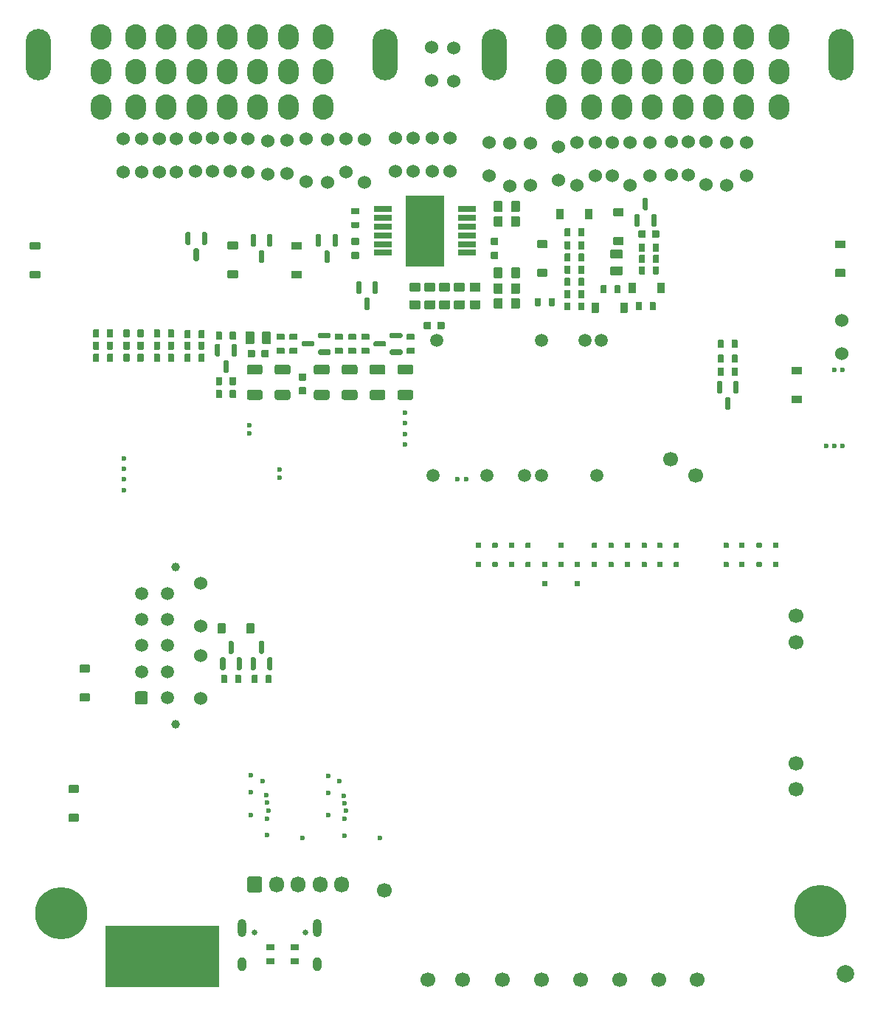
<source format=gbs>
G04 #@! TF.GenerationSoftware,KiCad,Pcbnew,7.0.1-115-g2ece2719d0*
G04 #@! TF.CreationDate,2023-05-12T01:35:33+03:00*
G04 #@! TF.ProjectId,alphax_4ch,616c7068-6178-45f3-9463-682e6b696361,G*
G04 #@! TF.SameCoordinates,PX141f5e0PYa2cace0*
G04 #@! TF.FileFunction,Soldermask,Bot*
G04 #@! TF.FilePolarity,Negative*
%FSLAX46Y46*%
G04 Gerber Fmt 4.6, Leading zero omitted, Abs format (unit mm)*
G04 Created by KiCad (PCBNEW 7.0.1-115-g2ece2719d0) date 2023-05-12 01:35:33*
%MOMM*%
%LPD*%
G01*
G04 APERTURE LIST*
%ADD10C,0.120000*%
%ADD11C,1.524000*%
%ADD12C,1.700000*%
%ADD13C,6.000000*%
%ADD14O,1.700000X1.850000*%
%ADD15O,2.900000X5.900000*%
%ADD16O,2.400000X2.900000*%
%ADD17C,0.650000*%
%ADD18O,1.000000X2.100000*%
%ADD19O,1.000000X1.600000*%
%ADD20C,1.000000*%
%ADD21C,1.500000*%
%ADD22C,0.600000*%
%ADD23C,0.599999*%
%ADD24R,2.000000X0.650000*%
%ADD25R,4.500000X8.100000*%
%ADD26C,2.000000*%
G04 APERTURE END LIST*
G04 #@! TO.C,U4*
D10*
X22850000Y200000D02*
X9850000Y200000D01*
X9850000Y7200000D01*
X22850000Y7200000D01*
X22850000Y200000D01*
G36*
X22850000Y200000D02*
G01*
X9850000Y200000D01*
X9850000Y7200000D01*
X22850000Y7200000D01*
X22850000Y200000D01*
G37*
G04 #@! TD*
D11*
G04 #@! TO.C,R8*
X76750000Y93245000D03*
X76750000Y97055000D03*
G04 #@! TD*
D12*
G04 #@! TO.C,P18*
X89100000Y39700000D03*
G04 #@! TD*
D11*
G04 #@! TO.C,F10*
X20840000Y33250000D03*
X20840000Y38150000D03*
G04 #@! TD*
D12*
G04 #@! TO.C,P23*
X59900000Y1000000D03*
G04 #@! TD*
D13*
G04 #@! TO.C,J8*
X4803000Y8619000D03*
G04 #@! TD*
D11*
G04 #@! TO.C,R59*
X45200000Y97505000D03*
X45200000Y93695000D03*
G04 #@! TD*
G04 #@! TO.C,R9*
X74800000Y93245000D03*
X74800000Y97055000D03*
G04 #@! TD*
G04 #@! TO.C,R68*
X24200000Y93695000D03*
X24200000Y97505000D03*
G04 #@! TD*
G04 #@! TO.C,J5*
G36*
G01*
X26150000Y11225000D02*
X26150000Y12575000D01*
G75*
G02*
X26400000Y12825000I250000J0D01*
G01*
X27600000Y12825000D01*
G75*
G02*
X27850000Y12575000I0J-250000D01*
G01*
X27850000Y11225000D01*
G75*
G02*
X27600000Y10975000I-250000J0D01*
G01*
X26400000Y10975000D01*
G75*
G02*
X26150000Y11225000I0J250000D01*
G01*
G37*
D14*
X29500000Y11900000D03*
X32000000Y11900000D03*
X34500000Y11900000D03*
X37000000Y11900000D03*
G04 #@! TD*
D11*
G04 #@! TO.C,F4*
X63950000Y97000000D03*
X63950000Y92100000D03*
G04 #@! TD*
G04 #@! TO.C,R91*
X94400000Y72795000D03*
X94400000Y76605000D03*
G04 #@! TD*
D15*
G04 #@! TO.C,P2*
X2200000Y107100000D03*
X42000000Y107100000D03*
D16*
X9350000Y101100000D03*
X13350000Y101100000D03*
X16850000Y101100000D03*
X20350000Y101100000D03*
X23850000Y101100000D03*
X27350000Y101100000D03*
X30850000Y101100000D03*
X34850000Y101100000D03*
X9350000Y105100000D03*
X13350000Y105100000D03*
X16850000Y105100000D03*
X20350000Y105100000D03*
X23850000Y105100000D03*
X27350000Y105100000D03*
X30850000Y105100000D03*
X34850000Y105100000D03*
X9350000Y109100000D03*
X13350000Y109100000D03*
X16850000Y109100000D03*
X20350000Y109100000D03*
X23850000Y109100000D03*
X27350000Y109100000D03*
X30850000Y109100000D03*
X34850000Y109100000D03*
G04 #@! TD*
D12*
G04 #@! TO.C,P19*
X41900000Y11200000D03*
G04 #@! TD*
D11*
G04 #@! TO.C,R11*
X47350000Y104095000D03*
X47350000Y107905000D03*
G04 #@! TD*
D12*
G04 #@! TO.C,P26*
X64400000Y1000000D03*
G04 #@! TD*
D11*
G04 #@! TO.C,R60*
X43200000Y93695000D03*
X43200000Y97505000D03*
G04 #@! TD*
D17*
G04 #@! TO.C,J1*
X27010000Y6420000D03*
X32790000Y6420000D03*
D18*
X25580000Y6920000D03*
D19*
X25580000Y2740000D03*
D18*
X34220000Y6920000D03*
D19*
X34220000Y2740000D03*
G04 #@! TD*
D12*
G04 #@! TO.C,P16*
X89100000Y22800000D03*
G04 #@! TD*
G04 #@! TO.C,P21*
X50900000Y1000000D03*
G04 #@! TD*
D11*
G04 #@! TO.C,R17*
X68050000Y93145000D03*
X68050000Y96955000D03*
G04 #@! TD*
G04 #@! TO.C,R63*
X22200000Y93695000D03*
X22200000Y97505000D03*
G04 #@! TD*
D12*
G04 #@! TO.C,P24*
X46900000Y1000000D03*
G04 #@! TD*
G04 #@! TO.C,P28*
X77800000Y1000000D03*
G04 #@! TD*
D11*
G04 #@! TO.C,R16*
X72350000Y93195000D03*
X72350000Y97005000D03*
G04 #@! TD*
G04 #@! TO.C,R70*
X11950000Y93595000D03*
X11950000Y97405000D03*
G04 #@! TD*
D12*
G04 #@! TO.C,P3*
X74700000Y60700000D03*
G04 #@! TD*
D20*
G04 #@! TO.C,J6*
X17940000Y30300000D03*
X17940000Y48300000D03*
G36*
G01*
X14499999Y32550000D02*
X13500001Y32550000D01*
G75*
G02*
X13250000Y32800001I0J250001D01*
G01*
X13250000Y33799999D01*
G75*
G02*
X13500001Y34050000I250001J0D01*
G01*
X14499999Y34050000D01*
G75*
G02*
X14750000Y33799999I0J-250001D01*
G01*
X14750000Y32800001D01*
G75*
G02*
X14499999Y32550000I-250001J0D01*
G01*
G37*
D21*
X14000000Y36300000D03*
X14000000Y39300000D03*
X14000000Y42300000D03*
X14000000Y45300000D03*
X17000000Y33300000D03*
X17000000Y36300000D03*
X17000000Y39300000D03*
X17000000Y42300000D03*
X17000000Y45300000D03*
G04 #@! TD*
D12*
G04 #@! TO.C,P27*
X73400000Y1000000D03*
G04 #@! TD*
D21*
G04 #@! TO.C,M1*
X66300000Y58825005D03*
X59900003Y58825005D03*
X58000000Y58825005D03*
X53700000Y58825005D03*
D22*
X51300003Y58375006D03*
X50300002Y58375006D03*
D21*
X47450000Y58825005D03*
X66750002Y74325002D03*
X64900003Y74325002D03*
X59950000Y74325002D03*
X47900002Y74325002D03*
G04 #@! TD*
D22*
G04 #@! TO.C,M3*
X11975000Y59550000D03*
X11975000Y60750000D03*
X11975000Y58350000D03*
X11975000Y57150000D03*
X26400000Y63610000D03*
X26400000Y64610000D03*
G04 #@! TD*
D11*
G04 #@! TO.C,R10*
X66100000Y93145000D03*
X66100000Y96955000D03*
G04 #@! TD*
G04 #@! TO.C,R62*
X28500000Y93395000D03*
X28500000Y97205000D03*
G04 #@! TD*
G04 #@! TO.C,F7*
X32900000Y97399979D03*
X32900000Y92499979D03*
G04 #@! TD*
G04 #@! TO.C,R56*
X14000000Y93645000D03*
X14000000Y97455000D03*
G04 #@! TD*
G04 #@! TO.C,R19*
X53950000Y93145000D03*
X53950000Y96955000D03*
G04 #@! TD*
G04 #@! TO.C,R67*
X26250000Y93645000D03*
X26250000Y97455000D03*
G04 #@! TD*
G04 #@! TO.C,F1*
X81196000Y96995000D03*
X81196000Y92095000D03*
G04 #@! TD*
G04 #@! TO.C,R64*
X16050000Y93645000D03*
X16050000Y97455000D03*
G04 #@! TD*
G04 #@! TO.C,F3*
X70100000Y97000000D03*
X70100000Y92100000D03*
G04 #@! TD*
G04 #@! TO.C,R61*
X30700000Y93445000D03*
X30700000Y97255000D03*
G04 #@! TD*
D12*
G04 #@! TO.C,P22*
X55400000Y1000000D03*
G04 #@! TD*
D13*
G04 #@! TO.C,J7*
X91948000Y8873000D03*
G04 #@! TD*
D12*
G04 #@! TO.C,P20*
X89100000Y42700000D03*
G04 #@! TD*
D11*
G04 #@! TO.C,R69*
X18050000Y93645000D03*
X18050000Y97455000D03*
G04 #@! TD*
G04 #@! TO.C,R55*
X20200000Y93695000D03*
X20200000Y97505000D03*
G04 #@! TD*
G04 #@! TO.C,F8*
X39600000Y97299979D03*
X39600000Y92399979D03*
G04 #@! TD*
D12*
G04 #@! TO.C,P25*
X68900000Y1000000D03*
G04 #@! TD*
D11*
G04 #@! TO.C,R54*
X37450000Y93595000D03*
X37450000Y97405000D03*
G04 #@! TD*
G04 #@! TO.C,R52*
X47400000Y93695000D03*
X47400000Y97505000D03*
G04 #@! TD*
D22*
G04 #@! TO.C,M9*
X94474999Y62225000D03*
X93524999Y62225000D03*
X92575001Y62225000D03*
X93574999Y70925000D03*
X94474999Y70925000D03*
G04 #@! TD*
D23*
G04 #@! TO.C,M6*
X37285001Y19400014D03*
X35449991Y19825022D03*
X37499999Y20375019D03*
X37285004Y21249978D03*
X37209997Y22100001D03*
X35449991Y22425017D03*
X36759991Y23724984D03*
X35449991Y24375001D03*
X41375006Y17199998D03*
X37300000Y17500000D03*
G04 #@! TD*
D11*
G04 #@! TO.C,R15*
X83482000Y93190000D03*
X83482000Y97000000D03*
G04 #@! TD*
G04 #@! TO.C,R53*
X49400000Y93695000D03*
X49400000Y97505000D03*
G04 #@! TD*
D22*
G04 #@! TO.C,M8*
X44300000Y63587500D03*
X44300000Y62387500D03*
X44300000Y64787500D03*
X44300000Y65987500D03*
X29875000Y59527500D03*
X29875000Y58527500D03*
G04 #@! TD*
D11*
G04 #@! TO.C,F9*
X35350000Y97349979D03*
X35350000Y92449979D03*
G04 #@! TD*
D12*
G04 #@! TO.C,P17*
X89100000Y25800000D03*
G04 #@! TD*
D15*
G04 #@! TO.C,P1*
X54500000Y107100000D03*
X94300000Y107100000D03*
D16*
X61650000Y101100000D03*
X65650000Y101100000D03*
X69150000Y101100000D03*
X72650000Y101100000D03*
X76150000Y101100000D03*
X79650000Y101100000D03*
X83150000Y101100000D03*
X87150000Y101100000D03*
X61650000Y105100000D03*
X65650000Y105100000D03*
X69150000Y105100000D03*
X72650000Y105100000D03*
X76150000Y105100000D03*
X79650000Y105100000D03*
X83150000Y105100000D03*
X87150000Y105100000D03*
X61650000Y109100000D03*
X65650000Y109100000D03*
X69150000Y109100000D03*
X72650000Y109100000D03*
X76150000Y109100000D03*
X79650000Y109100000D03*
X83150000Y109100000D03*
X87150000Y109100000D03*
G04 #@! TD*
D11*
G04 #@! TO.C,F6*
X56300000Y96900000D03*
X56300000Y92000000D03*
G04 #@! TD*
D23*
G04 #@! TO.C,M2*
X28405111Y19436868D03*
X26570101Y19861876D03*
X28620109Y20411873D03*
X28405114Y21286832D03*
X28330107Y22136855D03*
X26570101Y22461871D03*
X27880101Y23761838D03*
X26570101Y24411855D03*
X32495116Y17236852D03*
X28420110Y17536854D03*
G04 #@! TD*
D11*
G04 #@! TO.C,R12*
X49850000Y104045000D03*
X49850000Y107855000D03*
G04 #@! TD*
G04 #@! TO.C,R18*
X61850000Y92695000D03*
X61850000Y96505000D03*
G04 #@! TD*
D12*
G04 #@! TO.C,P4*
X77600000Y58800000D03*
G04 #@! TD*
D11*
G04 #@! TO.C,F5*
X58650000Y96945000D03*
X58650000Y92045000D03*
G04 #@! TD*
G04 #@! TO.C,F11*
X20840000Y41550000D03*
X20840000Y46450000D03*
G04 #@! TD*
G04 #@! TO.C,F2*
X78800000Y97045000D03*
X78800000Y92145000D03*
G04 #@! TD*
G04 #@! TO.C,R1137*
G36*
G01*
X22550000Y74447500D02*
X22550000Y75227500D01*
G75*
G02*
X22620000Y75297500I70000J0D01*
G01*
X23180000Y75297500D01*
G75*
G02*
X23250000Y75227500I0J-70000D01*
G01*
X23250000Y74447500D01*
G75*
G02*
X23180000Y74377500I-70000J0D01*
G01*
X22620000Y74377500D01*
G75*
G02*
X22550000Y74447500I0J70000D01*
G01*
G37*
G36*
G01*
X24150000Y74447500D02*
X24150000Y75227500D01*
G75*
G02*
X24220000Y75297500I70000J0D01*
G01*
X24780000Y75297500D01*
G75*
G02*
X24850000Y75227500I0J-70000D01*
G01*
X24850000Y74447500D01*
G75*
G02*
X24780000Y74377500I-70000J0D01*
G01*
X24220000Y74377500D01*
G75*
G02*
X24150000Y74447500I0J70000D01*
G01*
G37*
G04 #@! TD*
G04 #@! TO.C,C18*
G36*
G01*
X28625000Y73140000D02*
X28625000Y72460000D01*
G75*
G02*
X28540000Y72375000I-85000J0D01*
G01*
X27860000Y72375000D01*
G75*
G02*
X27775000Y72460000I0J85000D01*
G01*
X27775000Y73140000D01*
G75*
G02*
X27860000Y73225000I85000J0D01*
G01*
X28540000Y73225000D01*
G75*
G02*
X28625000Y73140000I0J-85000D01*
G01*
G37*
G36*
G01*
X27044998Y73140000D02*
X27044998Y72460000D01*
G75*
G02*
X26959998Y72375000I-85000J0D01*
G01*
X26279998Y72375000D01*
G75*
G02*
X26194998Y72460000I0J85000D01*
G01*
X26194998Y73140000D01*
G75*
G02*
X26279998Y73225000I85000J0D01*
G01*
X26959998Y73225000D01*
G75*
G02*
X27044998Y73140000I0J-85000D01*
G01*
G37*
G04 #@! TD*
G04 #@! TO.C,R29*
G36*
G01*
X80150000Y70310000D02*
X80150000Y71090000D01*
G75*
G02*
X80220000Y71160000I70000J0D01*
G01*
X80780000Y71160000D01*
G75*
G02*
X80850000Y71090000I0J-70000D01*
G01*
X80850000Y70310000D01*
G75*
G02*
X80780000Y70240000I-70000J0D01*
G01*
X80220000Y70240000D01*
G75*
G02*
X80150000Y70310000I0J70000D01*
G01*
G37*
G36*
G01*
X81750000Y70310000D02*
X81750000Y71090000D01*
G75*
G02*
X81820000Y71160000I70000J0D01*
G01*
X82380000Y71160000D01*
G75*
G02*
X82450000Y71090000I0J-70000D01*
G01*
X82450000Y70310000D01*
G75*
G02*
X82380000Y70240000I-70000J0D01*
G01*
X81820000Y70240000D01*
G75*
G02*
X81750000Y70310000I0J70000D01*
G01*
G37*
G04 #@! TD*
G04 #@! TO.C,R90*
G36*
G01*
X38935290Y87190000D02*
X38155290Y87190000D01*
G75*
G02*
X38085290Y87260000I0J70000D01*
G01*
X38085290Y87820000D01*
G75*
G02*
X38155290Y87890000I70000J0D01*
G01*
X38935290Y87890000D01*
G75*
G02*
X39005290Y87820000I0J-70000D01*
G01*
X39005290Y87260000D01*
G75*
G02*
X38935290Y87190000I-70000J0D01*
G01*
G37*
G36*
G01*
X38935290Y88790000D02*
X38155290Y88790000D01*
G75*
G02*
X38085290Y88860000I0J70000D01*
G01*
X38085290Y89420000D01*
G75*
G02*
X38155290Y89490000I70000J0D01*
G01*
X38935290Y89490000D01*
G75*
G02*
X39005290Y89420000I0J-70000D01*
G01*
X39005290Y88860000D01*
G75*
G02*
X38935290Y88790000I-70000J0D01*
G01*
G37*
G04 #@! TD*
G04 #@! TO.C,D30*
G36*
G01*
X75700000Y48840000D02*
X75700000Y48360000D01*
G75*
G02*
X75640000Y48300000I-60000J0D01*
G01*
X75160000Y48300000D01*
G75*
G02*
X75100000Y48360000I0J60000D01*
G01*
X75100000Y48840000D01*
G75*
G02*
X75160000Y48900000I60000J0D01*
G01*
X75640000Y48900000D01*
G75*
G02*
X75700000Y48840000I0J-60000D01*
G01*
G37*
G36*
G01*
X75700000Y51040000D02*
X75700000Y50560000D01*
G75*
G02*
X75640000Y50500000I-60000J0D01*
G01*
X75160000Y50500000D01*
G75*
G02*
X75100000Y50560000I0J60000D01*
G01*
X75100000Y51040000D01*
G75*
G02*
X75160000Y51100000I60000J0D01*
G01*
X75640000Y51100000D01*
G75*
G02*
X75700000Y51040000I0J-60000D01*
G01*
G37*
G04 #@! TD*
G04 #@! TO.C,C3*
G36*
G01*
X38205290Y86055001D02*
X38885290Y86055001D01*
G75*
G02*
X38970290Y85970001I0J-85000D01*
G01*
X38970290Y85290001D01*
G75*
G02*
X38885290Y85205001I-85000J0D01*
G01*
X38205290Y85205001D01*
G75*
G02*
X38120290Y85290001I0J85000D01*
G01*
X38120290Y85970001D01*
G75*
G02*
X38205290Y86055001I85000J0D01*
G01*
G37*
G36*
G01*
X38205290Y84474999D02*
X38885290Y84474999D01*
G75*
G02*
X38970290Y84389999I0J-85000D01*
G01*
X38970290Y83709999D01*
G75*
G02*
X38885290Y83624999I-85000J0D01*
G01*
X38205290Y83624999D01*
G75*
G02*
X38120290Y83709999I0J85000D01*
G01*
X38120290Y84389999D01*
G75*
G02*
X38205290Y84474999I85000J0D01*
G01*
G37*
G04 #@! TD*
G04 #@! TO.C,D46*
G36*
G01*
X56800000Y48840000D02*
X56800000Y48360000D01*
G75*
G02*
X56740000Y48300000I-60000J0D01*
G01*
X56260000Y48300000D01*
G75*
G02*
X56200000Y48360000I0J60000D01*
G01*
X56200000Y48840000D01*
G75*
G02*
X56260000Y48900000I60000J0D01*
G01*
X56740000Y48900000D01*
G75*
G02*
X56800000Y48840000I0J-60000D01*
G01*
G37*
G36*
G01*
X56800000Y51040000D02*
X56800000Y50560000D01*
G75*
G02*
X56740000Y50500000I-60000J0D01*
G01*
X56260000Y50500000D01*
G75*
G02*
X56200000Y50560000I0J60000D01*
G01*
X56200000Y51040000D01*
G75*
G02*
X56260000Y51100000I60000J0D01*
G01*
X56740000Y51100000D01*
G75*
G02*
X56800000Y51040000I0J-60000D01*
G01*
G37*
G04 #@! TD*
G04 #@! TO.C,R87*
G36*
G01*
X11950000Y71910000D02*
X11950000Y72690000D01*
G75*
G02*
X12020000Y72760000I70000J0D01*
G01*
X12580000Y72760000D01*
G75*
G02*
X12650000Y72690000I0J-70000D01*
G01*
X12650000Y71910000D01*
G75*
G02*
X12580000Y71840000I-70000J0D01*
G01*
X12020000Y71840000D01*
G75*
G02*
X11950000Y71910000I0J70000D01*
G01*
G37*
G36*
G01*
X13550000Y71910000D02*
X13550000Y72690000D01*
G75*
G02*
X13620000Y72760000I70000J0D01*
G01*
X14180000Y72760000D01*
G75*
G02*
X14250000Y72690000I0J-70000D01*
G01*
X14250000Y71910000D01*
G75*
G02*
X14180000Y71840000I-70000J0D01*
G01*
X13620000Y71840000D01*
G75*
G02*
X13550000Y71910000I0J70000D01*
G01*
G37*
G04 #@! TD*
G04 #@! TO.C,R21*
G36*
G01*
X62550000Y80610000D02*
X62550000Y81390000D01*
G75*
G02*
X62620000Y81460000I70000J0D01*
G01*
X63180000Y81460000D01*
G75*
G02*
X63250000Y81390000I0J-70000D01*
G01*
X63250000Y80610000D01*
G75*
G02*
X63180000Y80540000I-70000J0D01*
G01*
X62620000Y80540000D01*
G75*
G02*
X62550000Y80610000I0J70000D01*
G01*
G37*
G36*
G01*
X64150000Y80610000D02*
X64150000Y81390000D01*
G75*
G02*
X64220000Y81460000I70000J0D01*
G01*
X64780000Y81460000D01*
G75*
G02*
X64850000Y81390000I0J-70000D01*
G01*
X64850000Y80610000D01*
G75*
G02*
X64780000Y80540000I-70000J0D01*
G01*
X64220000Y80540000D01*
G75*
G02*
X64150000Y80610000I0J70000D01*
G01*
G37*
G04 #@! TD*
G04 #@! TO.C,R82*
G36*
G01*
X11950000Y74710000D02*
X11950000Y75490000D01*
G75*
G02*
X12020000Y75560000I70000J0D01*
G01*
X12580000Y75560000D01*
G75*
G02*
X12650000Y75490000I0J-70000D01*
G01*
X12650000Y74710000D01*
G75*
G02*
X12580000Y74640000I-70000J0D01*
G01*
X12020000Y74640000D01*
G75*
G02*
X11950000Y74710000I0J70000D01*
G01*
G37*
G36*
G01*
X13550000Y74710000D02*
X13550000Y75490000D01*
G75*
G02*
X13620000Y75560000I70000J0D01*
G01*
X14180000Y75560000D01*
G75*
G02*
X14250000Y75490000I0J-70000D01*
G01*
X14250000Y74710000D01*
G75*
G02*
X14180000Y74640000I-70000J0D01*
G01*
X13620000Y74640000D01*
G75*
G02*
X13550000Y74710000I0J70000D01*
G01*
G37*
G04 #@! TD*
G04 #@! TO.C,D49*
G36*
G01*
X69900000Y79815000D02*
X69900000Y80835000D01*
G75*
G02*
X69990000Y80925000I90000J0D01*
G01*
X70710000Y80925000D01*
G75*
G02*
X70800000Y80835000I0J-90000D01*
G01*
X70800000Y79815000D01*
G75*
G02*
X70710000Y79725000I-90000J0D01*
G01*
X69990000Y79725000D01*
G75*
G02*
X69900000Y79815000I0J90000D01*
G01*
G37*
G36*
G01*
X73200000Y79815000D02*
X73200000Y80835000D01*
G75*
G02*
X73290000Y80925000I90000J0D01*
G01*
X74010000Y80925000D01*
G75*
G02*
X74100000Y80835000I0J-90000D01*
G01*
X74100000Y79815000D01*
G75*
G02*
X74010000Y79725000I-90000J0D01*
G01*
X73290000Y79725000D01*
G75*
G02*
X73200000Y79815000I0J90000D01*
G01*
G37*
G04 #@! TD*
G04 #@! TO.C,C20*
G36*
G01*
X48815001Y76340000D02*
X48815001Y75660000D01*
G75*
G02*
X48730001Y75575000I-85000J0D01*
G01*
X48050001Y75575000D01*
G75*
G02*
X47965001Y75660000I0J85000D01*
G01*
X47965001Y76340000D01*
G75*
G02*
X48050001Y76425000I85000J0D01*
G01*
X48730001Y76425000D01*
G75*
G02*
X48815001Y76340000I0J-85000D01*
G01*
G37*
G36*
G01*
X47234999Y76340000D02*
X47234999Y75660000D01*
G75*
G02*
X47149999Y75575000I-85000J0D01*
G01*
X46469999Y75575000D01*
G75*
G02*
X46384999Y75660000I0J85000D01*
G01*
X46384999Y76340000D01*
G75*
G02*
X46469999Y76425000I85000J0D01*
G01*
X47149999Y76425000D01*
G75*
G02*
X47234999Y76340000I0J-85000D01*
G01*
G37*
G04 #@! TD*
G04 #@! TO.C,D1*
G36*
G01*
X60000000Y48360000D02*
X60000000Y48840000D01*
G75*
G02*
X60060000Y48900000I60000J0D01*
G01*
X60540000Y48900000D01*
G75*
G02*
X60600000Y48840000I0J-60000D01*
G01*
X60600000Y48360000D01*
G75*
G02*
X60540000Y48300000I-60000J0D01*
G01*
X60060000Y48300000D01*
G75*
G02*
X60000000Y48360000I0J60000D01*
G01*
G37*
G36*
G01*
X60000000Y46160000D02*
X60000000Y46640000D01*
G75*
G02*
X60060000Y46700000I60000J0D01*
G01*
X60540000Y46700000D01*
G75*
G02*
X60600000Y46640000I0J-60000D01*
G01*
X60600000Y46160000D01*
G75*
G02*
X60540000Y46100000I-60000J0D01*
G01*
X60060000Y46100000D01*
G75*
G02*
X60000000Y46160000I0J60000D01*
G01*
G37*
G04 #@! TD*
G04 #@! TO.C,C1*
G36*
G01*
X54885290Y83624999D02*
X54205290Y83624999D01*
G75*
G02*
X54120290Y83709999I0J85000D01*
G01*
X54120290Y84389999D01*
G75*
G02*
X54205290Y84474999I85000J0D01*
G01*
X54885290Y84474999D01*
G75*
G02*
X54970290Y84389999I0J-85000D01*
G01*
X54970290Y83709999D01*
G75*
G02*
X54885290Y83624999I-85000J0D01*
G01*
G37*
G36*
G01*
X54885290Y85205001D02*
X54205290Y85205001D01*
G75*
G02*
X54120290Y85290001I0J85000D01*
G01*
X54120290Y85970001D01*
G75*
G02*
X54205290Y86055001I85000J0D01*
G01*
X54885290Y86055001D01*
G75*
G02*
X54970290Y85970001I0J-85000D01*
G01*
X54970290Y85290001D01*
G75*
G02*
X54885290Y85205001I-85000J0D01*
G01*
G37*
G04 #@! TD*
G04 #@! TO.C,D23*
G36*
G01*
X19200000Y86737500D02*
X19500000Y86737500D01*
G75*
G02*
X19650000Y86587500I0J-150000D01*
G01*
X19650000Y85412500D01*
G75*
G02*
X19500000Y85262500I-150000J0D01*
G01*
X19200000Y85262500D01*
G75*
G02*
X19050000Y85412500I0J150000D01*
G01*
X19050000Y86587500D01*
G75*
G02*
X19200000Y86737500I150000J0D01*
G01*
G37*
G36*
G01*
X21100000Y86737500D02*
X21400000Y86737500D01*
G75*
G02*
X21550000Y86587500I0J-150000D01*
G01*
X21550000Y85412500D01*
G75*
G02*
X21400000Y85262500I-150000J0D01*
G01*
X21100000Y85262500D01*
G75*
G02*
X20950000Y85412500I0J150000D01*
G01*
X20950000Y86587500D01*
G75*
G02*
X21100000Y86737500I150000J0D01*
G01*
G37*
G36*
G01*
X20150000Y84862500D02*
X20450000Y84862500D01*
G75*
G02*
X20600000Y84712500I0J-150000D01*
G01*
X20600000Y83537500D01*
G75*
G02*
X20450000Y83387500I-150000J0D01*
G01*
X20150000Y83387500D01*
G75*
G02*
X20000000Y83537500I0J150000D01*
G01*
X20000000Y84712500D01*
G75*
G02*
X20150000Y84862500I150000J0D01*
G01*
G37*
G04 #@! TD*
G04 #@! TO.C,D6*
G36*
G01*
X83187497Y48841498D02*
X83187497Y48361498D01*
G75*
G02*
X83127497Y48301498I-60000J0D01*
G01*
X82647497Y48301498D01*
G75*
G02*
X82587497Y48361498I0J60000D01*
G01*
X82587497Y48841498D01*
G75*
G02*
X82647497Y48901498I60000J0D01*
G01*
X83127497Y48901498D01*
G75*
G02*
X83187497Y48841498I0J-60000D01*
G01*
G37*
G36*
G01*
X83187497Y51041498D02*
X83187497Y50561498D01*
G75*
G02*
X83127497Y50501498I-60000J0D01*
G01*
X82647497Y50501498D01*
G75*
G02*
X82587497Y50561498I0J60000D01*
G01*
X82587497Y51041498D01*
G75*
G02*
X82647497Y51101498I60000J0D01*
G01*
X83127497Y51101498D01*
G75*
G02*
X83187497Y51041498I0J-60000D01*
G01*
G37*
G04 #@! TD*
G04 #@! TO.C,Q1*
G36*
G01*
X43975000Y75000000D02*
X43975000Y74700000D01*
G75*
G02*
X43825000Y74550000I-150000J0D01*
G01*
X42650000Y74550000D01*
G75*
G02*
X42500000Y74700000I0J150000D01*
G01*
X42500000Y75000000D01*
G75*
G02*
X42650000Y75150000I150000J0D01*
G01*
X43825000Y75150000D01*
G75*
G02*
X43975000Y75000000I0J-150000D01*
G01*
G37*
G36*
G01*
X42100000Y74050000D02*
X42100000Y73750000D01*
G75*
G02*
X41950000Y73600000I-150000J0D01*
G01*
X40775000Y73600000D01*
G75*
G02*
X40625000Y73750000I0J150000D01*
G01*
X40625000Y74050000D01*
G75*
G02*
X40775000Y74200000I150000J0D01*
G01*
X41950000Y74200000D01*
G75*
G02*
X42100000Y74050000I0J-150000D01*
G01*
G37*
G36*
G01*
X43975000Y73100000D02*
X43975000Y72800000D01*
G75*
G02*
X43825000Y72650000I-150000J0D01*
G01*
X42650000Y72650000D01*
G75*
G02*
X42500000Y72800000I0J150000D01*
G01*
X42500000Y73100000D01*
G75*
G02*
X42650000Y73250000I150000J0D01*
G01*
X43825000Y73250000D01*
G75*
G02*
X43975000Y73100000I0J-150000D01*
G01*
G37*
G04 #@! TD*
G04 #@! TO.C,R24*
G36*
G01*
X37000000Y67704990D02*
X37000000Y68394990D01*
G75*
G02*
X37230000Y68624990I230000J0D01*
G01*
X38570000Y68624990D01*
G75*
G02*
X38800000Y68394990I0J-230000D01*
G01*
X38800000Y67704990D01*
G75*
G02*
X38570000Y67474990I-230000J0D01*
G01*
X37230000Y67474990D01*
G75*
G02*
X37000000Y67704990I0J230000D01*
G01*
G37*
G36*
G01*
X37000000Y70605010D02*
X37000000Y71295010D01*
G75*
G02*
X37230000Y71525010I230000J0D01*
G01*
X38570000Y71525010D01*
G75*
G02*
X38800000Y71295010I0J-230000D01*
G01*
X38800000Y70605010D01*
G75*
G02*
X38570000Y70375010I-230000J0D01*
G01*
X37230000Y70375010D01*
G75*
G02*
X37000000Y70605010I0J230000D01*
G01*
G37*
G04 #@! TD*
G04 #@! TO.C,R38*
G36*
G01*
X23150000Y35067581D02*
X23150000Y35847581D01*
G75*
G02*
X23220000Y35917581I70000J0D01*
G01*
X23780000Y35917581D01*
G75*
G02*
X23850000Y35847581I0J-70000D01*
G01*
X23850000Y35067581D01*
G75*
G02*
X23780000Y34997581I-70000J0D01*
G01*
X23220000Y34997581D01*
G75*
G02*
X23150000Y35067581I0J70000D01*
G01*
G37*
G36*
G01*
X24750000Y35067581D02*
X24750000Y35847581D01*
G75*
G02*
X24820000Y35917581I70000J0D01*
G01*
X25380000Y35917581D01*
G75*
G02*
X25450000Y35847581I0J-70000D01*
G01*
X25450000Y35067581D01*
G75*
G02*
X25380000Y34997581I-70000J0D01*
G01*
X24820000Y34997581D01*
G75*
G02*
X24750000Y35067581I0J70000D01*
G01*
G37*
G04 #@! TD*
G04 #@! TO.C,D68*
G36*
G01*
X6730000Y19100000D02*
X5710000Y19100000D01*
G75*
G02*
X5620000Y19190000I0J90000D01*
G01*
X5620000Y19910000D01*
G75*
G02*
X5710000Y20000000I90000J0D01*
G01*
X6730000Y20000000D01*
G75*
G02*
X6820000Y19910000I0J-90000D01*
G01*
X6820000Y19190000D01*
G75*
G02*
X6730000Y19100000I-90000J0D01*
G01*
G37*
G36*
G01*
X6730000Y22400000D02*
X5710000Y22400000D01*
G75*
G02*
X5620000Y22490000I0J90000D01*
G01*
X5620000Y23210000D01*
G75*
G02*
X5710000Y23300000I90000J0D01*
G01*
X6730000Y23300000D01*
G75*
G02*
X6820000Y23210000I0J-90000D01*
G01*
X6820000Y22490000D01*
G75*
G02*
X6730000Y22400000I-90000J0D01*
G01*
G37*
G04 #@! TD*
G04 #@! TO.C,D22*
G36*
G01*
X58687498Y48841498D02*
X58687498Y48361498D01*
G75*
G02*
X58627498Y48301498I-60000J0D01*
G01*
X58147498Y48301498D01*
G75*
G02*
X58087498Y48361498I0J60000D01*
G01*
X58087498Y48841498D01*
G75*
G02*
X58147498Y48901498I60000J0D01*
G01*
X58627498Y48901498D01*
G75*
G02*
X58687498Y48841498I0J-60000D01*
G01*
G37*
G36*
G01*
X58687498Y51041498D02*
X58687498Y50561498D01*
G75*
G02*
X58627498Y50501498I-60000J0D01*
G01*
X58147498Y50501498D01*
G75*
G02*
X58087498Y50561498I0J60000D01*
G01*
X58087498Y51041498D01*
G75*
G02*
X58147498Y51101498I60000J0D01*
G01*
X58627498Y51101498D01*
G75*
G02*
X58687498Y51041498I0J-60000D01*
G01*
G37*
G04 #@! TD*
G04 #@! TO.C,R1112*
G36*
G01*
X70750000Y77835000D02*
X70750000Y78615000D01*
G75*
G02*
X70820000Y78685000I70000J0D01*
G01*
X71380000Y78685000D01*
G75*
G02*
X71450000Y78615000I0J-70000D01*
G01*
X71450000Y77835000D01*
G75*
G02*
X71380000Y77765000I-70000J0D01*
G01*
X70820000Y77765000D01*
G75*
G02*
X70750000Y77835000I0J70000D01*
G01*
G37*
G36*
G01*
X72350000Y77835000D02*
X72350000Y78615000D01*
G75*
G02*
X72420000Y78685000I70000J0D01*
G01*
X72980000Y78685000D01*
G75*
G02*
X73050000Y78615000I0J-70000D01*
G01*
X73050000Y77835000D01*
G75*
G02*
X72980000Y77765000I-70000J0D01*
G01*
X72420000Y77765000D01*
G75*
G02*
X72350000Y77835000I0J70000D01*
G01*
G37*
G04 #@! TD*
G04 #@! TO.C,R32*
G36*
G01*
X82450000Y72590000D02*
X82450000Y71810000D01*
G75*
G02*
X82380000Y71740000I-70000J0D01*
G01*
X81820000Y71740000D01*
G75*
G02*
X81750000Y71810000I0J70000D01*
G01*
X81750000Y72590000D01*
G75*
G02*
X81820000Y72660000I70000J0D01*
G01*
X82380000Y72660000D01*
G75*
G02*
X82450000Y72590000I0J-70000D01*
G01*
G37*
G36*
G01*
X80850000Y72590000D02*
X80850000Y71810000D01*
G75*
G02*
X80780000Y71740000I-70000J0D01*
G01*
X80220000Y71740000D01*
G75*
G02*
X80150000Y71810000I0J70000D01*
G01*
X80150000Y72590000D01*
G75*
G02*
X80220000Y72660000I70000J0D01*
G01*
X80780000Y72660000D01*
G75*
G02*
X80850000Y72590000I0J-70000D01*
G01*
G37*
G04 #@! TD*
G04 #@! TO.C,D65*
G36*
G01*
X89715000Y67075000D02*
X88695000Y67075000D01*
G75*
G02*
X88605000Y67165000I0J90000D01*
G01*
X88605000Y67885000D01*
G75*
G02*
X88695000Y67975000I90000J0D01*
G01*
X89715000Y67975000D01*
G75*
G02*
X89805000Y67885000I0J-90000D01*
G01*
X89805000Y67165000D01*
G75*
G02*
X89715000Y67075000I-90000J0D01*
G01*
G37*
G36*
G01*
X89715000Y70375000D02*
X88695000Y70375000D01*
G75*
G02*
X88605000Y70465000I0J90000D01*
G01*
X88605000Y71185000D01*
G75*
G02*
X88695000Y71275000I90000J0D01*
G01*
X89715000Y71275000D01*
G75*
G02*
X89805000Y71185000I0J-90000D01*
G01*
X89805000Y70465000D01*
G75*
G02*
X89715000Y70375000I-90000J0D01*
G01*
G37*
G04 #@! TD*
G04 #@! TO.C,D42*
G36*
G01*
X72000000Y48840000D02*
X72000000Y48360000D01*
G75*
G02*
X71940000Y48300000I-60000J0D01*
G01*
X71460000Y48300000D01*
G75*
G02*
X71400000Y48360000I0J60000D01*
G01*
X71400000Y48840000D01*
G75*
G02*
X71460000Y48900000I60000J0D01*
G01*
X71940000Y48900000D01*
G75*
G02*
X72000000Y48840000I0J-60000D01*
G01*
G37*
G36*
G01*
X72000000Y51040000D02*
X72000000Y50560000D01*
G75*
G02*
X71940000Y50500000I-60000J0D01*
G01*
X71460000Y50500000D01*
G75*
G02*
X71400000Y50560000I0J60000D01*
G01*
X71400000Y51040000D01*
G75*
G02*
X71460000Y51100000I60000J0D01*
G01*
X71940000Y51100000D01*
G75*
G02*
X72000000Y51040000I0J-60000D01*
G01*
G37*
G04 #@! TD*
G04 #@! TO.C,C7*
G36*
G01*
X54445290Y79715000D02*
X54445290Y80765000D01*
G75*
G02*
X54545290Y80865000I100000J0D01*
G01*
X55345290Y80865000D01*
G75*
G02*
X55445290Y80765000I0J-100000D01*
G01*
X55445290Y79715000D01*
G75*
G02*
X55345290Y79615000I-100000J0D01*
G01*
X54545290Y79615000D01*
G75*
G02*
X54445290Y79715000I0J100000D01*
G01*
G37*
G36*
G01*
X56445290Y79715000D02*
X56445290Y80765000D01*
G75*
G02*
X56545290Y80865000I100000J0D01*
G01*
X57345290Y80865000D01*
G75*
G02*
X57445290Y80765000I0J-100000D01*
G01*
X57445290Y79715000D01*
G75*
G02*
X57345290Y79615000I-100000J0D01*
G01*
X56545290Y79615000D01*
G75*
G02*
X56445290Y79715000I0J100000D01*
G01*
G37*
G04 #@! TD*
G04 #@! TO.C,R36*
G36*
G01*
X64850000Y79990000D02*
X64850000Y79210000D01*
G75*
G02*
X64780000Y79140000I-70000J0D01*
G01*
X64220000Y79140000D01*
G75*
G02*
X64150000Y79210000I0J70000D01*
G01*
X64150000Y79990000D01*
G75*
G02*
X64220000Y80060000I70000J0D01*
G01*
X64780000Y80060000D01*
G75*
G02*
X64850000Y79990000I0J-70000D01*
G01*
G37*
G36*
G01*
X63250000Y79990000D02*
X63250000Y79210000D01*
G75*
G02*
X63180000Y79140000I-70000J0D01*
G01*
X62620000Y79140000D01*
G75*
G02*
X62550000Y79210000I0J70000D01*
G01*
X62550000Y79990000D01*
G75*
G02*
X62620000Y80060000I70000J0D01*
G01*
X63180000Y80060000D01*
G75*
G02*
X63250000Y79990000I0J-70000D01*
G01*
G37*
G04 #@! TD*
G04 #@! TO.C,R88*
G36*
G01*
X15450000Y71910000D02*
X15450000Y72690000D01*
G75*
G02*
X15520000Y72760000I70000J0D01*
G01*
X16080000Y72760000D01*
G75*
G02*
X16150000Y72690000I0J-70000D01*
G01*
X16150000Y71910000D01*
G75*
G02*
X16080000Y71840000I-70000J0D01*
G01*
X15520000Y71840000D01*
G75*
G02*
X15450000Y71910000I0J70000D01*
G01*
G37*
G36*
G01*
X17050000Y71910000D02*
X17050000Y72690000D01*
G75*
G02*
X17120000Y72760000I70000J0D01*
G01*
X17680000Y72760000D01*
G75*
G02*
X17750000Y72690000I0J-70000D01*
G01*
X17750000Y71910000D01*
G75*
G02*
X17680000Y71840000I-70000J0D01*
G01*
X17120000Y71840000D01*
G75*
G02*
X17050000Y71910000I0J70000D01*
G01*
G37*
G04 #@! TD*
G04 #@! TO.C,Q3*
G36*
G01*
X35737500Y75000000D02*
X35737500Y74700000D01*
G75*
G02*
X35587500Y74550000I-150000J0D01*
G01*
X34412500Y74550000D01*
G75*
G02*
X34262500Y74700000I0J150000D01*
G01*
X34262500Y75000000D01*
G75*
G02*
X34412500Y75150000I150000J0D01*
G01*
X35587500Y75150000D01*
G75*
G02*
X35737500Y75000000I0J-150000D01*
G01*
G37*
G36*
G01*
X33862500Y74050000D02*
X33862500Y73750000D01*
G75*
G02*
X33712500Y73600000I-150000J0D01*
G01*
X32537500Y73600000D01*
G75*
G02*
X32387500Y73750000I0J150000D01*
G01*
X32387500Y74050000D01*
G75*
G02*
X32537500Y74200000I150000J0D01*
G01*
X33712500Y74200000D01*
G75*
G02*
X33862500Y74050000I0J-150000D01*
G01*
G37*
G36*
G01*
X35737500Y73100000D02*
X35737500Y72800000D01*
G75*
G02*
X35587500Y72650000I-150000J0D01*
G01*
X34412500Y72650000D01*
G75*
G02*
X34262500Y72800000I0J150000D01*
G01*
X34262500Y73100000D01*
G75*
G02*
X34412500Y73250000I150000J0D01*
G01*
X35587500Y73250000D01*
G75*
G02*
X35737500Y73100000I0J-150000D01*
G01*
G37*
G04 #@! TD*
G04 #@! TO.C,R1127*
G36*
G01*
X38590000Y72750000D02*
X37810000Y72750000D01*
G75*
G02*
X37740000Y72820000I0J70000D01*
G01*
X37740000Y73380000D01*
G75*
G02*
X37810000Y73450000I70000J0D01*
G01*
X38590000Y73450000D01*
G75*
G02*
X38660000Y73380000I0J-70000D01*
G01*
X38660000Y72820000D01*
G75*
G02*
X38590000Y72750000I-70000J0D01*
G01*
G37*
G36*
G01*
X38590000Y74350000D02*
X37810000Y74350000D01*
G75*
G02*
X37740000Y74420000I0J70000D01*
G01*
X37740000Y74980000D01*
G75*
G02*
X37810000Y75050000I70000J0D01*
G01*
X38590000Y75050000D01*
G75*
G02*
X38660000Y74980000I0J-70000D01*
G01*
X38660000Y74420000D01*
G75*
G02*
X38590000Y74350000I-70000J0D01*
G01*
G37*
G04 #@! TD*
G04 #@! TO.C,C16*
G36*
G01*
X57445290Y88465000D02*
X57445290Y87415000D01*
G75*
G02*
X57345290Y87315000I-100000J0D01*
G01*
X56545290Y87315000D01*
G75*
G02*
X56445290Y87415000I0J100000D01*
G01*
X56445290Y88465000D01*
G75*
G02*
X56545290Y88565000I100000J0D01*
G01*
X57345290Y88565000D01*
G75*
G02*
X57445290Y88465000I0J-100000D01*
G01*
G37*
G36*
G01*
X55445290Y88465000D02*
X55445290Y87415000D01*
G75*
G02*
X55345290Y87315000I-100000J0D01*
G01*
X54545290Y87315000D01*
G75*
G02*
X54445290Y87415000I0J100000D01*
G01*
X54445290Y88465000D01*
G75*
G02*
X54545290Y88565000I100000J0D01*
G01*
X55345290Y88565000D01*
G75*
G02*
X55445290Y88465000I0J-100000D01*
G01*
G37*
G04 #@! TD*
G04 #@! TO.C,R41*
G36*
G01*
X45290000Y72750000D02*
X44510000Y72750000D01*
G75*
G02*
X44440000Y72820000I0J70000D01*
G01*
X44440000Y73380000D01*
G75*
G02*
X44510000Y73450000I70000J0D01*
G01*
X45290000Y73450000D01*
G75*
G02*
X45360000Y73380000I0J-70000D01*
G01*
X45360000Y72820000D01*
G75*
G02*
X45290000Y72750000I-70000J0D01*
G01*
G37*
G36*
G01*
X45290000Y74350000D02*
X44510000Y74350000D01*
G75*
G02*
X44440000Y74420000I0J70000D01*
G01*
X44440000Y74980000D01*
G75*
G02*
X44510000Y75050000I70000J0D01*
G01*
X45290000Y75050000D01*
G75*
G02*
X45360000Y74980000I0J-70000D01*
G01*
X45360000Y74420000D01*
G75*
G02*
X45290000Y74350000I-70000J0D01*
G01*
G37*
G04 #@! TD*
G04 #@! TO.C,R79*
G36*
G01*
X21250000Y74090000D02*
X21250000Y73310000D01*
G75*
G02*
X21180000Y73240000I-70000J0D01*
G01*
X20620000Y73240000D01*
G75*
G02*
X20550000Y73310000I0J70000D01*
G01*
X20550000Y74090000D01*
G75*
G02*
X20620000Y74160000I70000J0D01*
G01*
X21180000Y74160000D01*
G75*
G02*
X21250000Y74090000I0J-70000D01*
G01*
G37*
G36*
G01*
X19650000Y74090000D02*
X19650000Y73310000D01*
G75*
G02*
X19580000Y73240000I-70000J0D01*
G01*
X19020000Y73240000D01*
G75*
G02*
X18950000Y73310000I0J70000D01*
G01*
X18950000Y74090000D01*
G75*
G02*
X19020000Y74160000I70000J0D01*
G01*
X19580000Y74160000D01*
G75*
G02*
X19650000Y74090000I0J-70000D01*
G01*
G37*
G04 #@! TD*
G04 #@! TO.C,R33*
G36*
G01*
X67925000Y84687501D02*
X69175000Y84687501D01*
G75*
G02*
X69275000Y84587501I0J-100000D01*
G01*
X69275000Y83787501D01*
G75*
G02*
X69175000Y83687501I-100000J0D01*
G01*
X67925000Y83687501D01*
G75*
G02*
X67825000Y83787501I0J100000D01*
G01*
X67825000Y84587501D01*
G75*
G02*
X67925000Y84687501I100000J0D01*
G01*
G37*
G36*
G01*
X67925000Y82787479D02*
X69175000Y82787479D01*
G75*
G02*
X69275000Y82687479I0J-100000D01*
G01*
X69275000Y81887479D01*
G75*
G02*
X69175000Y81787479I-100000J0D01*
G01*
X67925000Y81787479D01*
G75*
G02*
X67825000Y81887479I0J100000D01*
G01*
X67825000Y82687479D01*
G75*
G02*
X67925000Y82787479I100000J0D01*
G01*
G37*
G04 #@! TD*
G04 #@! TO.C,R81*
G36*
G01*
X17750000Y75490000D02*
X17750000Y74710000D01*
G75*
G02*
X17680000Y74640000I-70000J0D01*
G01*
X17120000Y74640000D01*
G75*
G02*
X17050000Y74710000I0J70000D01*
G01*
X17050000Y75490000D01*
G75*
G02*
X17120000Y75560000I70000J0D01*
G01*
X17680000Y75560000D01*
G75*
G02*
X17750000Y75490000I0J-70000D01*
G01*
G37*
G36*
G01*
X16150000Y75490000D02*
X16150000Y74710000D01*
G75*
G02*
X16080000Y74640000I-70000J0D01*
G01*
X15520000Y74640000D01*
G75*
G02*
X15450000Y74710000I0J70000D01*
G01*
X15450000Y75490000D01*
G75*
G02*
X15520000Y75560000I70000J0D01*
G01*
X16080000Y75560000D01*
G75*
G02*
X16150000Y75490000I0J-70000D01*
G01*
G37*
G04 #@! TD*
G04 #@! TO.C,R1128*
G36*
G01*
X39310000Y75050000D02*
X40090000Y75050000D01*
G75*
G02*
X40160000Y74980000I0J-70000D01*
G01*
X40160000Y74420000D01*
G75*
G02*
X40090000Y74350000I-70000J0D01*
G01*
X39310000Y74350000D01*
G75*
G02*
X39240000Y74420000I0J70000D01*
G01*
X39240000Y74980000D01*
G75*
G02*
X39310000Y75050000I70000J0D01*
G01*
G37*
G36*
G01*
X39310000Y73450000D02*
X40090000Y73450000D01*
G75*
G02*
X40160000Y73380000I0J-70000D01*
G01*
X40160000Y72820000D01*
G75*
G02*
X40090000Y72750000I-70000J0D01*
G01*
X39310000Y72750000D01*
G75*
G02*
X39240000Y72820000I0J70000D01*
G01*
X39240000Y73380000D01*
G75*
G02*
X39310000Y73450000I70000J0D01*
G01*
G37*
G04 #@! TD*
G04 #@! TO.C,D19*
G36*
G01*
X34200000Y86512500D02*
X34500000Y86512500D01*
G75*
G02*
X34650000Y86362500I0J-150000D01*
G01*
X34650000Y85187500D01*
G75*
G02*
X34500000Y85037500I-150000J0D01*
G01*
X34200000Y85037500D01*
G75*
G02*
X34050000Y85187500I0J150000D01*
G01*
X34050000Y86362500D01*
G75*
G02*
X34200000Y86512500I150000J0D01*
G01*
G37*
G36*
G01*
X36100000Y86512500D02*
X36400000Y86512500D01*
G75*
G02*
X36550000Y86362500I0J-150000D01*
G01*
X36550000Y85187500D01*
G75*
G02*
X36400000Y85037500I-150000J0D01*
G01*
X36100000Y85037500D01*
G75*
G02*
X35950000Y85187500I0J150000D01*
G01*
X35950000Y86362500D01*
G75*
G02*
X36100000Y86512500I150000J0D01*
G01*
G37*
G36*
G01*
X35150000Y84637500D02*
X35450000Y84637500D01*
G75*
G02*
X35600000Y84487500I0J-150000D01*
G01*
X35600000Y83312500D01*
G75*
G02*
X35450000Y83162500I-150000J0D01*
G01*
X35150000Y83162500D01*
G75*
G02*
X35000000Y83312500I0J150000D01*
G01*
X35000000Y84487500D01*
G75*
G02*
X35150000Y84637500I150000J0D01*
G01*
G37*
G04 #@! TD*
G04 #@! TO.C,R1140*
G36*
G01*
X24850000Y68527500D02*
X24850000Y67747500D01*
G75*
G02*
X24780000Y67677500I-70000J0D01*
G01*
X24220000Y67677500D01*
G75*
G02*
X24150000Y67747500I0J70000D01*
G01*
X24150000Y68527500D01*
G75*
G02*
X24220000Y68597500I70000J0D01*
G01*
X24780000Y68597500D01*
G75*
G02*
X24850000Y68527500I0J-70000D01*
G01*
G37*
G36*
G01*
X23250000Y68527500D02*
X23250000Y67747500D01*
G75*
G02*
X23180000Y67677500I-70000J0D01*
G01*
X22620000Y67677500D01*
G75*
G02*
X22550000Y67747500I0J70000D01*
G01*
X22550000Y68527500D01*
G75*
G02*
X22620000Y68597500I70000J0D01*
G01*
X23180000Y68597500D01*
G75*
G02*
X23250000Y68527500I0J-70000D01*
G01*
G37*
G04 #@! TD*
G04 #@! TO.C,R1135*
G36*
G01*
X43400000Y67704990D02*
X43400000Y68394990D01*
G75*
G02*
X43630000Y68624990I230000J0D01*
G01*
X44970000Y68624990D01*
G75*
G02*
X45200000Y68394990I0J-230000D01*
G01*
X45200000Y67704990D01*
G75*
G02*
X44970000Y67474990I-230000J0D01*
G01*
X43630000Y67474990D01*
G75*
G02*
X43400000Y67704990I0J230000D01*
G01*
G37*
G36*
G01*
X43400000Y70605010D02*
X43400000Y71295010D01*
G75*
G02*
X43630000Y71525010I230000J0D01*
G01*
X44970000Y71525010D01*
G75*
G02*
X45200000Y71295010I0J-230000D01*
G01*
X45200000Y70605010D01*
G75*
G02*
X44970000Y70375010I-230000J0D01*
G01*
X43630000Y70375010D01*
G75*
G02*
X43400000Y70605010I0J230000D01*
G01*
G37*
G04 #@! TD*
G04 #@! TO.C,D26*
G36*
G01*
X69260000Y85237500D02*
X68240000Y85237500D01*
G75*
G02*
X68150000Y85327500I0J90000D01*
G01*
X68150000Y86047500D01*
G75*
G02*
X68240000Y86137500I90000J0D01*
G01*
X69260000Y86137500D01*
G75*
G02*
X69350000Y86047500I0J-90000D01*
G01*
X69350000Y85327500D01*
G75*
G02*
X69260000Y85237500I-90000J0D01*
G01*
G37*
G36*
G01*
X69260000Y88537500D02*
X68240000Y88537500D01*
G75*
G02*
X68150000Y88627500I0J90000D01*
G01*
X68150000Y89347500D01*
G75*
G02*
X68240000Y89437500I90000J0D01*
G01*
X69260000Y89437500D01*
G75*
G02*
X69350000Y89347500I0J-90000D01*
G01*
X69350000Y88627500D01*
G75*
G02*
X69260000Y88537500I-90000J0D01*
G01*
G37*
G04 #@! TD*
G04 #@! TO.C,R1125*
G36*
G01*
X37052500Y72750000D02*
X36272500Y72750000D01*
G75*
G02*
X36202500Y72820000I0J70000D01*
G01*
X36202500Y73380000D01*
G75*
G02*
X36272500Y73450000I70000J0D01*
G01*
X37052500Y73450000D01*
G75*
G02*
X37122500Y73380000I0J-70000D01*
G01*
X37122500Y72820000D01*
G75*
G02*
X37052500Y72750000I-70000J0D01*
G01*
G37*
G36*
G01*
X37052500Y74350000D02*
X36272500Y74350000D01*
G75*
G02*
X36202500Y74420000I0J70000D01*
G01*
X36202500Y74980000D01*
G75*
G02*
X36272500Y75050000I70000J0D01*
G01*
X37052500Y75050000D01*
G75*
G02*
X37122500Y74980000I0J-70000D01*
G01*
X37122500Y74420000D01*
G75*
G02*
X37052500Y74350000I-70000J0D01*
G01*
G37*
G04 #@! TD*
G04 #@! TO.C,D8*
G36*
G01*
X68200000Y48840000D02*
X68200000Y48360000D01*
G75*
G02*
X68140000Y48300000I-60000J0D01*
G01*
X67660000Y48300000D01*
G75*
G02*
X67600000Y48360000I0J60000D01*
G01*
X67600000Y48840000D01*
G75*
G02*
X67660000Y48900000I60000J0D01*
G01*
X68140000Y48900000D01*
G75*
G02*
X68200000Y48840000I0J-60000D01*
G01*
G37*
G36*
G01*
X68200000Y51040000D02*
X68200000Y50560000D01*
G75*
G02*
X68140000Y50500000I-60000J0D01*
G01*
X67660000Y50500000D01*
G75*
G02*
X67600000Y50560000I0J60000D01*
G01*
X67600000Y51040000D01*
G75*
G02*
X67660000Y51100000I60000J0D01*
G01*
X68140000Y51100000D01*
G75*
G02*
X68200000Y51040000I0J-60000D01*
G01*
G37*
G04 #@! TD*
G04 #@! TO.C,R14*
G36*
G01*
X26650000Y35067581D02*
X26650000Y35847581D01*
G75*
G02*
X26720000Y35917581I70000J0D01*
G01*
X27280000Y35917581D01*
G75*
G02*
X27350000Y35847581I0J-70000D01*
G01*
X27350000Y35067581D01*
G75*
G02*
X27280000Y34997581I-70000J0D01*
G01*
X26720000Y34997581D01*
G75*
G02*
X26650000Y35067581I0J70000D01*
G01*
G37*
G36*
G01*
X28250000Y35067581D02*
X28250000Y35847581D01*
G75*
G02*
X28320000Y35917581I70000J0D01*
G01*
X28880000Y35917581D01*
G75*
G02*
X28950000Y35847581I0J-70000D01*
G01*
X28950000Y35067581D01*
G75*
G02*
X28880000Y34997581I-70000J0D01*
G01*
X28320000Y34997581D01*
G75*
G02*
X28250000Y35067581I0J70000D01*
G01*
G37*
G04 #@! TD*
G04 #@! TO.C,D72*
G36*
G01*
X65800000Y89310000D02*
X65800000Y88290000D01*
G75*
G02*
X65710000Y88200000I-90000J0D01*
G01*
X64990000Y88200000D01*
G75*
G02*
X64900000Y88290000I0J90000D01*
G01*
X64900000Y89310000D01*
G75*
G02*
X64990000Y89400000I90000J0D01*
G01*
X65710000Y89400000D01*
G75*
G02*
X65800000Y89310000I0J-90000D01*
G01*
G37*
G36*
G01*
X62500000Y89310000D02*
X62500000Y88290000D01*
G75*
G02*
X62410000Y88200000I-90000J0D01*
G01*
X61690000Y88200000D01*
G75*
G02*
X61600000Y88290000I0J90000D01*
G01*
X61600000Y89310000D01*
G75*
G02*
X61690000Y89400000I90000J0D01*
G01*
X62410000Y89400000D01*
G75*
G02*
X62500000Y89310000I0J-90000D01*
G01*
G37*
G04 #@! TD*
G04 #@! TO.C,R1126*
G36*
G01*
X33800000Y67704990D02*
X33800000Y68394990D01*
G75*
G02*
X34030000Y68624990I230000J0D01*
G01*
X35370000Y68624990D01*
G75*
G02*
X35600000Y68394990I0J-230000D01*
G01*
X35600000Y67704990D01*
G75*
G02*
X35370000Y67474990I-230000J0D01*
G01*
X34030000Y67474990D01*
G75*
G02*
X33800000Y67704990I0J230000D01*
G01*
G37*
G36*
G01*
X33800000Y70605010D02*
X33800000Y71295010D01*
G75*
G02*
X34030000Y71525010I230000J0D01*
G01*
X35370000Y71525010D01*
G75*
G02*
X35600000Y71295010I0J-230000D01*
G01*
X35600000Y70605010D01*
G75*
G02*
X35370000Y70375010I-230000J0D01*
G01*
X34030000Y70375010D01*
G75*
G02*
X33800000Y70605010I0J230000D01*
G01*
G37*
G04 #@! TD*
G04 #@! TO.C,R1132*
G36*
G01*
X31072500Y75050000D02*
X31852500Y75050000D01*
G75*
G02*
X31922500Y74980000I0J-70000D01*
G01*
X31922500Y74420000D01*
G75*
G02*
X31852500Y74350000I-70000J0D01*
G01*
X31072500Y74350000D01*
G75*
G02*
X31002500Y74420000I0J70000D01*
G01*
X31002500Y74980000D01*
G75*
G02*
X31072500Y75050000I70000J0D01*
G01*
G37*
G36*
G01*
X31072500Y73450000D02*
X31852500Y73450000D01*
G75*
G02*
X31922500Y73380000I0J-70000D01*
G01*
X31922500Y72820000D01*
G75*
G02*
X31852500Y72750000I-70000J0D01*
G01*
X31072500Y72750000D01*
G75*
G02*
X31002500Y72820000I0J70000D01*
G01*
X31002500Y73380000D01*
G75*
G02*
X31072500Y73450000I70000J0D01*
G01*
G37*
G04 #@! TD*
G04 #@! TO.C,D29*
G36*
G01*
X38800000Y81112500D02*
X39100000Y81112500D01*
G75*
G02*
X39250000Y80962500I0J-150000D01*
G01*
X39250000Y79787500D01*
G75*
G02*
X39100000Y79637500I-150000J0D01*
G01*
X38800000Y79637500D01*
G75*
G02*
X38650000Y79787500I0J150000D01*
G01*
X38650000Y80962500D01*
G75*
G02*
X38800000Y81112500I150000J0D01*
G01*
G37*
G36*
G01*
X39750000Y79237500D02*
X40050000Y79237500D01*
G75*
G02*
X40200000Y79087500I0J-150000D01*
G01*
X40200000Y77912500D01*
G75*
G02*
X40050000Y77762500I-150000J0D01*
G01*
X39750000Y77762500D01*
G75*
G02*
X39600000Y77912500I0J150000D01*
G01*
X39600000Y79087500D01*
G75*
G02*
X39750000Y79237500I150000J0D01*
G01*
G37*
G36*
G01*
X40700000Y81112500D02*
X41000000Y81112500D01*
G75*
G02*
X41150000Y80962500I0J-150000D01*
G01*
X41150000Y79787500D01*
G75*
G02*
X41000000Y79637500I-150000J0D01*
G01*
X40700000Y79637500D01*
G75*
G02*
X40550000Y79787500I0J150000D01*
G01*
X40550000Y80962500D01*
G75*
G02*
X40700000Y81112500I150000J0D01*
G01*
G37*
G04 #@! TD*
G04 #@! TO.C,D71*
G36*
G01*
X60530000Y81600000D02*
X59510000Y81600000D01*
G75*
G02*
X59420000Y81690000I0J90000D01*
G01*
X59420000Y82410000D01*
G75*
G02*
X59510000Y82500000I90000J0D01*
G01*
X60530000Y82500000D01*
G75*
G02*
X60620000Y82410000I0J-90000D01*
G01*
X60620000Y81690000D01*
G75*
G02*
X60530000Y81600000I-90000J0D01*
G01*
G37*
G36*
G01*
X60530000Y84900000D02*
X59510000Y84900000D01*
G75*
G02*
X59420000Y84990000I0J90000D01*
G01*
X59420000Y85710000D01*
G75*
G02*
X59510000Y85800000I90000J0D01*
G01*
X60530000Y85800000D01*
G75*
G02*
X60620000Y85710000I0J-90000D01*
G01*
X60620000Y84990000D01*
G75*
G02*
X60530000Y84900000I-90000J0D01*
G01*
G37*
G04 #@! TD*
G04 #@! TO.C,R47*
G36*
G01*
X62550000Y83410000D02*
X62550000Y84190000D01*
G75*
G02*
X62620000Y84260000I70000J0D01*
G01*
X63180000Y84260000D01*
G75*
G02*
X63250000Y84190000I0J-70000D01*
G01*
X63250000Y83410000D01*
G75*
G02*
X63180000Y83340000I-70000J0D01*
G01*
X62620000Y83340000D01*
G75*
G02*
X62550000Y83410000I0J70000D01*
G01*
G37*
G36*
G01*
X64150000Y83410000D02*
X64150000Y84190000D01*
G75*
G02*
X64220000Y84260000I70000J0D01*
G01*
X64780000Y84260000D01*
G75*
G02*
X64850000Y84190000I0J-70000D01*
G01*
X64850000Y83410000D01*
G75*
G02*
X64780000Y83340000I-70000J0D01*
G01*
X64220000Y83340000D01*
G75*
G02*
X64150000Y83410000I0J70000D01*
G01*
G37*
G04 #@! TD*
G04 #@! TO.C,C9*
G36*
G01*
X47625000Y77900000D02*
X46575000Y77900000D01*
G75*
G02*
X46475000Y78000000I0J100000D01*
G01*
X46475000Y78800000D01*
G75*
G02*
X46575000Y78900000I100000J0D01*
G01*
X47625000Y78900000D01*
G75*
G02*
X47725000Y78800000I0J-100000D01*
G01*
X47725000Y78000000D01*
G75*
G02*
X47625000Y77900000I-100000J0D01*
G01*
G37*
G36*
G01*
X47625000Y79900000D02*
X46575000Y79900000D01*
G75*
G02*
X46475000Y80000000I0J100000D01*
G01*
X46475000Y80800000D01*
G75*
G02*
X46575000Y80900000I100000J0D01*
G01*
X47625000Y80900000D01*
G75*
G02*
X47725000Y80800000I0J-100000D01*
G01*
X47725000Y80000000D01*
G75*
G02*
X47625000Y79900000I-100000J0D01*
G01*
G37*
G04 #@! TD*
G04 #@! TO.C,C5*
G36*
G01*
X73465001Y86840000D02*
X73465001Y86160000D01*
G75*
G02*
X73380001Y86075000I-85000J0D01*
G01*
X72700001Y86075000D01*
G75*
G02*
X72615001Y86160000I0J85000D01*
G01*
X72615001Y86840000D01*
G75*
G02*
X72700001Y86925000I85000J0D01*
G01*
X73380001Y86925000D01*
G75*
G02*
X73465001Y86840000I0J-85000D01*
G01*
G37*
G36*
G01*
X71884999Y86840000D02*
X71884999Y86160000D01*
G75*
G02*
X71799999Y86075000I-85000J0D01*
G01*
X71119999Y86075000D01*
G75*
G02*
X71034999Y86160000I0J85000D01*
G01*
X71034999Y86840000D01*
G75*
G02*
X71119999Y86925000I85000J0D01*
G01*
X71799999Y86925000D01*
G75*
G02*
X71884999Y86840000I0J-85000D01*
G01*
G37*
G04 #@! TD*
G04 #@! TO.C,R3*
G36*
G01*
X29190000Y2750000D02*
X28410000Y2750000D01*
G75*
G02*
X28340000Y2820000I0J70000D01*
G01*
X28340000Y3380000D01*
G75*
G02*
X28410000Y3450000I70000J0D01*
G01*
X29190000Y3450000D01*
G75*
G02*
X29260000Y3380000I0J-70000D01*
G01*
X29260000Y2820000D01*
G75*
G02*
X29190000Y2750000I-70000J0D01*
G01*
G37*
G36*
G01*
X29190000Y4350000D02*
X28410000Y4350000D01*
G75*
G02*
X28340000Y4420000I0J70000D01*
G01*
X28340000Y4980000D01*
G75*
G02*
X28410000Y5050000I70000J0D01*
G01*
X29190000Y5050000D01*
G75*
G02*
X29260000Y4980000I0J-70000D01*
G01*
X29260000Y4420000D01*
G75*
G02*
X29190000Y4350000I-70000J0D01*
G01*
G37*
G04 #@! TD*
G04 #@! TO.C,R23*
G36*
G01*
X64850000Y85590000D02*
X64850000Y84810000D01*
G75*
G02*
X64780000Y84740000I-70000J0D01*
G01*
X64220000Y84740000D01*
G75*
G02*
X64150000Y84810000I0J70000D01*
G01*
X64150000Y85590000D01*
G75*
G02*
X64220000Y85660000I70000J0D01*
G01*
X64780000Y85660000D01*
G75*
G02*
X64850000Y85590000I0J-70000D01*
G01*
G37*
G36*
G01*
X63250000Y85590000D02*
X63250000Y84810000D01*
G75*
G02*
X63180000Y84740000I-70000J0D01*
G01*
X62620000Y84740000D01*
G75*
G02*
X62550000Y84810000I0J70000D01*
G01*
X62550000Y85590000D01*
G75*
G02*
X62620000Y85660000I70000J0D01*
G01*
X63180000Y85660000D01*
G75*
G02*
X63250000Y85590000I0J-70000D01*
G01*
G37*
G04 #@! TD*
G04 #@! TO.C,D21*
G36*
G01*
X54887497Y48841498D02*
X54887497Y48361498D01*
G75*
G02*
X54827497Y48301498I-60000J0D01*
G01*
X54347497Y48301498D01*
G75*
G02*
X54287497Y48361498I0J60000D01*
G01*
X54287497Y48841498D01*
G75*
G02*
X54347497Y48901498I60000J0D01*
G01*
X54827497Y48901498D01*
G75*
G02*
X54887497Y48841498I0J-60000D01*
G01*
G37*
G36*
G01*
X54887497Y51041498D02*
X54887497Y50561498D01*
G75*
G02*
X54827497Y50501498I-60000J0D01*
G01*
X54347497Y50501498D01*
G75*
G02*
X54287497Y50561498I0J60000D01*
G01*
X54287497Y51041498D01*
G75*
G02*
X54347497Y51101498I60000J0D01*
G01*
X54827497Y51101498D01*
G75*
G02*
X54887497Y51041498I0J-60000D01*
G01*
G37*
G04 #@! TD*
G04 #@! TO.C,R73*
G36*
G01*
X29300000Y67704990D02*
X29300000Y68394990D01*
G75*
G02*
X29530000Y68624990I230000J0D01*
G01*
X30870000Y68624990D01*
G75*
G02*
X31100000Y68394990I0J-230000D01*
G01*
X31100000Y67704990D01*
G75*
G02*
X30870000Y67474990I-230000J0D01*
G01*
X29530000Y67474990D01*
G75*
G02*
X29300000Y67704990I0J230000D01*
G01*
G37*
G36*
G01*
X29300000Y70605010D02*
X29300000Y71295010D01*
G75*
G02*
X29530000Y71525010I230000J0D01*
G01*
X30870000Y71525010D01*
G75*
G02*
X31100000Y71295010I0J-230000D01*
G01*
X31100000Y70605010D01*
G75*
G02*
X30870000Y70375010I-230000J0D01*
G01*
X29530000Y70375010D01*
G75*
G02*
X29300000Y70605010I0J230000D01*
G01*
G37*
G04 #@! TD*
G04 #@! TO.C,R92*
G36*
G01*
X62550000Y77810000D02*
X62550000Y78590000D01*
G75*
G02*
X62620000Y78660000I70000J0D01*
G01*
X63180000Y78660000D01*
G75*
G02*
X63250000Y78590000I0J-70000D01*
G01*
X63250000Y77810000D01*
G75*
G02*
X63180000Y77740000I-70000J0D01*
G01*
X62620000Y77740000D01*
G75*
G02*
X62550000Y77810000I0J70000D01*
G01*
G37*
G36*
G01*
X64150000Y77810000D02*
X64150000Y78590000D01*
G75*
G02*
X64220000Y78660000I70000J0D01*
G01*
X64780000Y78660000D01*
G75*
G02*
X64850000Y78590000I0J-70000D01*
G01*
X64850000Y77810000D01*
G75*
G02*
X64780000Y77740000I-70000J0D01*
G01*
X64220000Y77740000D01*
G75*
G02*
X64150000Y77810000I0J70000D01*
G01*
G37*
G04 #@! TD*
G04 #@! TO.C,D41*
G36*
G01*
X70100000Y48840000D02*
X70100000Y48360000D01*
G75*
G02*
X70040000Y48300000I-60000J0D01*
G01*
X69560000Y48300000D01*
G75*
G02*
X69500000Y48360000I0J60000D01*
G01*
X69500000Y48840000D01*
G75*
G02*
X69560000Y48900000I60000J0D01*
G01*
X70040000Y48900000D01*
G75*
G02*
X70100000Y48840000I0J-60000D01*
G01*
G37*
G36*
G01*
X70100000Y51040000D02*
X70100000Y50560000D01*
G75*
G02*
X70040000Y50500000I-60000J0D01*
G01*
X69560000Y50500000D01*
G75*
G02*
X69500000Y50560000I0J60000D01*
G01*
X69500000Y51040000D01*
G75*
G02*
X69560000Y51100000I60000J0D01*
G01*
X70040000Y51100000D01*
G75*
G02*
X70100000Y51040000I0J-60000D01*
G01*
G37*
G04 #@! TD*
G04 #@! TO.C,R31*
G36*
G01*
X82450000Y74290000D02*
X82450000Y73510000D01*
G75*
G02*
X82380000Y73440000I-70000J0D01*
G01*
X81820000Y73440000D01*
G75*
G02*
X81750000Y73510000I0J70000D01*
G01*
X81750000Y74290000D01*
G75*
G02*
X81820000Y74360000I70000J0D01*
G01*
X82380000Y74360000D01*
G75*
G02*
X82450000Y74290000I0J-70000D01*
G01*
G37*
G36*
G01*
X80850000Y74290000D02*
X80850000Y73510000D01*
G75*
G02*
X80780000Y73440000I-70000J0D01*
G01*
X80220000Y73440000D01*
G75*
G02*
X80150000Y73510000I0J70000D01*
G01*
X80150000Y74290000D01*
G75*
G02*
X80220000Y74360000I70000J0D01*
G01*
X80780000Y74360000D01*
G75*
G02*
X80850000Y74290000I0J-70000D01*
G01*
G37*
G04 #@! TD*
G04 #@! TO.C,R4*
G36*
G01*
X61450000Y79090000D02*
X61450000Y78310000D01*
G75*
G02*
X61380000Y78240000I-70000J0D01*
G01*
X60820000Y78240000D01*
G75*
G02*
X60750000Y78310000I0J70000D01*
G01*
X60750000Y79090000D01*
G75*
G02*
X60820000Y79160000I70000J0D01*
G01*
X61380000Y79160000D01*
G75*
G02*
X61450000Y79090000I0J-70000D01*
G01*
G37*
G36*
G01*
X59850000Y79090000D02*
X59850000Y78310000D01*
G75*
G02*
X59780000Y78240000I-70000J0D01*
G01*
X59220000Y78240000D01*
G75*
G02*
X59150000Y78310000I0J70000D01*
G01*
X59150000Y79090000D01*
G75*
G02*
X59220000Y79160000I70000J0D01*
G01*
X59780000Y79160000D01*
G75*
G02*
X59850000Y79090000I0J-70000D01*
G01*
G37*
G04 #@! TD*
D24*
G04 #@! TO.C,U1*
X51345290Y89340000D03*
X51345290Y88340000D03*
X51345290Y87340000D03*
X51345290Y86340000D03*
X51345290Y85340000D03*
X51345290Y84340000D03*
X41745290Y84340000D03*
X41745290Y85340000D03*
X41745290Y86340000D03*
X41745290Y87340000D03*
X41745290Y88340000D03*
X41745290Y89340000D03*
D25*
X46545290Y86840000D03*
G04 #@! TD*
G04 #@! TO.C,D2*
G36*
G01*
X85200000Y48840000D02*
X85200000Y48360000D01*
G75*
G02*
X85140000Y48300000I-60000J0D01*
G01*
X84660000Y48300000D01*
G75*
G02*
X84600000Y48360000I0J60000D01*
G01*
X84600000Y48840000D01*
G75*
G02*
X84660000Y48900000I60000J0D01*
G01*
X85140000Y48900000D01*
G75*
G02*
X85200000Y48840000I0J-60000D01*
G01*
G37*
G36*
G01*
X85200000Y51040000D02*
X85200000Y50560000D01*
G75*
G02*
X85140000Y50500000I-60000J0D01*
G01*
X84660000Y50500000D01*
G75*
G02*
X84600000Y50560000I0J60000D01*
G01*
X84600000Y51040000D01*
G75*
G02*
X84660000Y51100000I60000J0D01*
G01*
X85140000Y51100000D01*
G75*
G02*
X85200000Y51040000I0J-60000D01*
G01*
G37*
G04 #@! TD*
G04 #@! TO.C,R43*
G36*
G01*
X71100000Y83247500D02*
X71100000Y84027500D01*
G75*
G02*
X71170000Y84097500I70000J0D01*
G01*
X71730000Y84097500D01*
G75*
G02*
X71800000Y84027500I0J-70000D01*
G01*
X71800000Y83247500D01*
G75*
G02*
X71730000Y83177500I-70000J0D01*
G01*
X71170000Y83177500D01*
G75*
G02*
X71100000Y83247500I0J70000D01*
G01*
G37*
G36*
G01*
X72700000Y83247500D02*
X72700000Y84027500D01*
G75*
G02*
X72770000Y84097500I70000J0D01*
G01*
X73330000Y84097500D01*
G75*
G02*
X73400000Y84027500I0J-70000D01*
G01*
X73400000Y83247500D01*
G75*
G02*
X73330000Y83177500I-70000J0D01*
G01*
X72770000Y83177500D01*
G75*
G02*
X72700000Y83247500I0J70000D01*
G01*
G37*
G04 #@! TD*
G04 #@! TO.C,R1129*
G36*
G01*
X30352500Y72750000D02*
X29572500Y72750000D01*
G75*
G02*
X29502500Y72820000I0J70000D01*
G01*
X29502500Y73380000D01*
G75*
G02*
X29572500Y73450000I70000J0D01*
G01*
X30352500Y73450000D01*
G75*
G02*
X30422500Y73380000I0J-70000D01*
G01*
X30422500Y72820000D01*
G75*
G02*
X30352500Y72750000I-70000J0D01*
G01*
G37*
G36*
G01*
X30352500Y74350000D02*
X29572500Y74350000D01*
G75*
G02*
X29502500Y74420000I0J70000D01*
G01*
X29502500Y74980000D01*
G75*
G02*
X29572500Y75050000I70000J0D01*
G01*
X30352500Y75050000D01*
G75*
G02*
X30422500Y74980000I0J-70000D01*
G01*
X30422500Y74420000D01*
G75*
G02*
X30352500Y74350000I-70000J0D01*
G01*
G37*
G04 #@! TD*
G04 #@! TO.C,C8*
G36*
G01*
X45925000Y77900000D02*
X44875000Y77900000D01*
G75*
G02*
X44775000Y78000000I0J100000D01*
G01*
X44775000Y78800000D01*
G75*
G02*
X44875000Y78900000I100000J0D01*
G01*
X45925000Y78900000D01*
G75*
G02*
X46025000Y78800000I0J-100000D01*
G01*
X46025000Y78000000D01*
G75*
G02*
X45925000Y77900000I-100000J0D01*
G01*
G37*
G36*
G01*
X45925000Y79900000D02*
X44875000Y79900000D01*
G75*
G02*
X44775000Y80000000I0J100000D01*
G01*
X44775000Y80800000D01*
G75*
G02*
X44875000Y80900000I100000J0D01*
G01*
X45925000Y80900000D01*
G75*
G02*
X46025000Y80800000I0J-100000D01*
G01*
X46025000Y80000000D01*
G75*
G02*
X45925000Y79900000I-100000J0D01*
G01*
G37*
G04 #@! TD*
G04 #@! TO.C,Q12*
G36*
G01*
X80200000Y69675000D02*
X80500000Y69675000D01*
G75*
G02*
X80650000Y69525000I0J-150000D01*
G01*
X80650000Y68350000D01*
G75*
G02*
X80500000Y68200000I-150000J0D01*
G01*
X80200000Y68200000D01*
G75*
G02*
X80050000Y68350000I0J150000D01*
G01*
X80050000Y69525000D01*
G75*
G02*
X80200000Y69675000I150000J0D01*
G01*
G37*
G36*
G01*
X81150000Y67800000D02*
X81450000Y67800000D01*
G75*
G02*
X81600000Y67650000I0J-150000D01*
G01*
X81600000Y66475000D01*
G75*
G02*
X81450000Y66325000I-150000J0D01*
G01*
X81150000Y66325000D01*
G75*
G02*
X81000000Y66475000I0J150000D01*
G01*
X81000000Y67650000D01*
G75*
G02*
X81150000Y67800000I150000J0D01*
G01*
G37*
G36*
G01*
X82100000Y69675000D02*
X82400000Y69675000D01*
G75*
G02*
X82550000Y69525000I0J-150000D01*
G01*
X82550000Y68350000D01*
G75*
G02*
X82400000Y68200000I-150000J0D01*
G01*
X82100000Y68200000D01*
G75*
G02*
X81950000Y68350000I0J150000D01*
G01*
X81950000Y69525000D01*
G75*
G02*
X82100000Y69675000I150000J0D01*
G01*
G37*
G04 #@! TD*
G04 #@! TO.C,R77*
G36*
G01*
X62550000Y82010000D02*
X62550000Y82790000D01*
G75*
G02*
X62620000Y82860000I70000J0D01*
G01*
X63180000Y82860000D01*
G75*
G02*
X63250000Y82790000I0J-70000D01*
G01*
X63250000Y82010000D01*
G75*
G02*
X63180000Y81940000I-70000J0D01*
G01*
X62620000Y81940000D01*
G75*
G02*
X62550000Y82010000I0J70000D01*
G01*
G37*
G36*
G01*
X64150000Y82010000D02*
X64150000Y82790000D01*
G75*
G02*
X64220000Y82860000I70000J0D01*
G01*
X64780000Y82860000D01*
G75*
G02*
X64850000Y82790000I0J-70000D01*
G01*
X64850000Y82010000D01*
G75*
G02*
X64780000Y81940000I-70000J0D01*
G01*
X64220000Y81940000D01*
G75*
G02*
X64150000Y82010000I0J70000D01*
G01*
G37*
G04 #@! TD*
G04 #@! TO.C,C11*
G36*
G01*
X54445290Y78015000D02*
X54445290Y79065000D01*
G75*
G02*
X54545290Y79165000I100000J0D01*
G01*
X55345290Y79165000D01*
G75*
G02*
X55445290Y79065000I0J-100000D01*
G01*
X55445290Y78015000D01*
G75*
G02*
X55345290Y77915000I-100000J0D01*
G01*
X54545290Y77915000D01*
G75*
G02*
X54445290Y78015000I0J100000D01*
G01*
G37*
G36*
G01*
X56445290Y78015000D02*
X56445290Y79065000D01*
G75*
G02*
X56545290Y79165000I100000J0D01*
G01*
X57345290Y79165000D01*
G75*
G02*
X57445290Y79065000I0J-100000D01*
G01*
X57445290Y78015000D01*
G75*
G02*
X57345290Y77915000I-100000J0D01*
G01*
X56545290Y77915000D01*
G75*
G02*
X56445290Y78015000I0J100000D01*
G01*
G37*
G04 #@! TD*
G04 #@! TO.C,R6*
G36*
G01*
X31990000Y2750000D02*
X31210000Y2750000D01*
G75*
G02*
X31140000Y2820000I0J70000D01*
G01*
X31140000Y3380000D01*
G75*
G02*
X31210000Y3450000I70000J0D01*
G01*
X31990000Y3450000D01*
G75*
G02*
X32060000Y3380000I0J-70000D01*
G01*
X32060000Y2820000D01*
G75*
G02*
X31990000Y2750000I-70000J0D01*
G01*
G37*
G36*
G01*
X31990000Y4350000D02*
X31210000Y4350000D01*
G75*
G02*
X31140000Y4420000I0J70000D01*
G01*
X31140000Y4980000D01*
G75*
G02*
X31210000Y5050000I70000J0D01*
G01*
X31990000Y5050000D01*
G75*
G02*
X32060000Y4980000I0J-70000D01*
G01*
X32060000Y4420000D01*
G75*
G02*
X31990000Y4350000I-70000J0D01*
G01*
G37*
G04 #@! TD*
G04 #@! TO.C,Q2*
G36*
G01*
X28900000Y36482581D02*
X28600000Y36482581D01*
G75*
G02*
X28450000Y36632581I0J150000D01*
G01*
X28450000Y37807581D01*
G75*
G02*
X28600000Y37957581I150000J0D01*
G01*
X28900000Y37957581D01*
G75*
G02*
X29050000Y37807581I0J-150000D01*
G01*
X29050000Y36632581D01*
G75*
G02*
X28900000Y36482581I-150000J0D01*
G01*
G37*
G36*
G01*
X27000000Y36482581D02*
X26700000Y36482581D01*
G75*
G02*
X26550000Y36632581I0J150000D01*
G01*
X26550000Y37807581D01*
G75*
G02*
X26700000Y37957581I150000J0D01*
G01*
X27000000Y37957581D01*
G75*
G02*
X27150000Y37807581I0J-150000D01*
G01*
X27150000Y36632581D01*
G75*
G02*
X27000000Y36482581I-150000J0D01*
G01*
G37*
G36*
G01*
X27950000Y38357581D02*
X27650000Y38357581D01*
G75*
G02*
X27500000Y38507581I0J150000D01*
G01*
X27500000Y39682581D01*
G75*
G02*
X27650000Y39832581I150000J0D01*
G01*
X27950000Y39832581D01*
G75*
G02*
X28100000Y39682581I0J-150000D01*
G01*
X28100000Y38507581D01*
G75*
G02*
X27950000Y38357581I-150000J0D01*
G01*
G37*
G04 #@! TD*
G04 #@! TO.C,D38*
G36*
G01*
X63712502Y48358501D02*
X63712502Y48838501D01*
G75*
G02*
X63772502Y48898501I60000J0D01*
G01*
X64252502Y48898501D01*
G75*
G02*
X64312502Y48838501I0J-60000D01*
G01*
X64312502Y48358501D01*
G75*
G02*
X64252502Y48298501I-60000J0D01*
G01*
X63772502Y48298501D01*
G75*
G02*
X63712502Y48358501I0J60000D01*
G01*
G37*
G36*
G01*
X63712502Y46158501D02*
X63712502Y46638501D01*
G75*
G02*
X63772502Y46698501I60000J0D01*
G01*
X64252502Y46698501D01*
G75*
G02*
X64312502Y46638501I0J-60000D01*
G01*
X64312502Y46158501D01*
G75*
G02*
X64252502Y46098501I-60000J0D01*
G01*
X63772502Y46098501D01*
G75*
G02*
X63712502Y46158501I0J60000D01*
G01*
G37*
G04 #@! TD*
G04 #@! TO.C,D3*
G36*
G01*
X87087497Y48841498D02*
X87087497Y48361498D01*
G75*
G02*
X87027497Y48301498I-60000J0D01*
G01*
X86547497Y48301498D01*
G75*
G02*
X86487497Y48361498I0J60000D01*
G01*
X86487497Y48841498D01*
G75*
G02*
X86547497Y48901498I60000J0D01*
G01*
X87027497Y48901498D01*
G75*
G02*
X87087497Y48841498I0J-60000D01*
G01*
G37*
G36*
G01*
X87087497Y51041498D02*
X87087497Y50561498D01*
G75*
G02*
X87027497Y50501498I-60000J0D01*
G01*
X86547497Y50501498D01*
G75*
G02*
X86487497Y50561498I0J60000D01*
G01*
X86487497Y51041498D01*
G75*
G02*
X86547497Y51101498I60000J0D01*
G01*
X87027497Y51101498D01*
G75*
G02*
X87087497Y51041498I0J-60000D01*
G01*
G37*
G04 #@! TD*
G04 #@! TO.C,D64*
G36*
G01*
X94715000Y81575000D02*
X93695000Y81575000D01*
G75*
G02*
X93605000Y81665000I0J90000D01*
G01*
X93605000Y82385000D01*
G75*
G02*
X93695000Y82475000I90000J0D01*
G01*
X94715000Y82475000D01*
G75*
G02*
X94805000Y82385000I0J-90000D01*
G01*
X94805000Y81665000D01*
G75*
G02*
X94715000Y81575000I-90000J0D01*
G01*
G37*
G36*
G01*
X94715000Y84875000D02*
X93695000Y84875000D01*
G75*
G02*
X93605000Y84965000I0J90000D01*
G01*
X93605000Y85685000D01*
G75*
G02*
X93695000Y85775000I90000J0D01*
G01*
X94715000Y85775000D01*
G75*
G02*
X94805000Y85685000I0J-90000D01*
G01*
X94805000Y84965000D01*
G75*
G02*
X94715000Y84875000I-90000J0D01*
G01*
G37*
G04 #@! TD*
G04 #@! TO.C,Q16*
G36*
G01*
X25400000Y36482581D02*
X25100000Y36482581D01*
G75*
G02*
X24950000Y36632581I0J150000D01*
G01*
X24950000Y37807581D01*
G75*
G02*
X25100000Y37957581I150000J0D01*
G01*
X25400000Y37957581D01*
G75*
G02*
X25550000Y37807581I0J-150000D01*
G01*
X25550000Y36632581D01*
G75*
G02*
X25400000Y36482581I-150000J0D01*
G01*
G37*
G36*
G01*
X23500000Y36482581D02*
X23200000Y36482581D01*
G75*
G02*
X23050000Y36632581I0J150000D01*
G01*
X23050000Y37807581D01*
G75*
G02*
X23200000Y37957581I150000J0D01*
G01*
X23500000Y37957581D01*
G75*
G02*
X23650000Y37807581I0J-150000D01*
G01*
X23650000Y36632581D01*
G75*
G02*
X23500000Y36482581I-150000J0D01*
G01*
G37*
G36*
G01*
X24450000Y38357581D02*
X24150000Y38357581D01*
G75*
G02*
X24000000Y38507581I0J150000D01*
G01*
X24000000Y39682581D01*
G75*
G02*
X24150000Y39832581I150000J0D01*
G01*
X24450000Y39832581D01*
G75*
G02*
X24600000Y39682581I0J-150000D01*
G01*
X24600000Y38507581D01*
G75*
G02*
X24450000Y38357581I-150000J0D01*
G01*
G37*
G04 #@! TD*
G04 #@! TO.C,D51*
G36*
G01*
X22750000Y40747581D02*
X22750000Y41767581D01*
G75*
G02*
X22840000Y41857581I90000J0D01*
G01*
X23560000Y41857581D01*
G75*
G02*
X23650000Y41767581I0J-90000D01*
G01*
X23650000Y40747581D01*
G75*
G02*
X23560000Y40657581I-90000J0D01*
G01*
X22840000Y40657581D01*
G75*
G02*
X22750000Y40747581I0J90000D01*
G01*
G37*
G36*
G01*
X26050000Y40747581D02*
X26050000Y41767581D01*
G75*
G02*
X26140000Y41857581I90000J0D01*
G01*
X26860000Y41857581D01*
G75*
G02*
X26950000Y41767581I0J-90000D01*
G01*
X26950000Y40747581D01*
G75*
G02*
X26860000Y40657581I-90000J0D01*
G01*
X26140000Y40657581D01*
G75*
G02*
X26050000Y40747581I0J90000D01*
G01*
G37*
G04 #@! TD*
G04 #@! TO.C,D5*
G36*
G01*
X81400000Y48840000D02*
X81400000Y48360000D01*
G75*
G02*
X81340000Y48300000I-60000J0D01*
G01*
X80860000Y48300000D01*
G75*
G02*
X80800000Y48360000I0J60000D01*
G01*
X80800000Y48840000D01*
G75*
G02*
X80860000Y48900000I60000J0D01*
G01*
X81340000Y48900000D01*
G75*
G02*
X81400000Y48840000I0J-60000D01*
G01*
G37*
G36*
G01*
X81400000Y51040000D02*
X81400000Y50560000D01*
G75*
G02*
X81340000Y50500000I-60000J0D01*
G01*
X80860000Y50500000D01*
G75*
G02*
X80800000Y50560000I0J60000D01*
G01*
X80800000Y51040000D01*
G75*
G02*
X80860000Y51100000I60000J0D01*
G01*
X81340000Y51100000D01*
G75*
G02*
X81400000Y51040000I0J-60000D01*
G01*
G37*
G04 #@! TD*
G04 #@! TO.C,Q21*
G36*
G01*
X72950000Y87325000D02*
X72650000Y87325000D01*
G75*
G02*
X72500000Y87475000I0J150000D01*
G01*
X72500000Y88650000D01*
G75*
G02*
X72650000Y88800000I150000J0D01*
G01*
X72950000Y88800000D01*
G75*
G02*
X73100000Y88650000I0J-150000D01*
G01*
X73100000Y87475000D01*
G75*
G02*
X72950000Y87325000I-150000J0D01*
G01*
G37*
G36*
G01*
X72000000Y89200000D02*
X71700000Y89200000D01*
G75*
G02*
X71550000Y89350000I0J150000D01*
G01*
X71550000Y90525000D01*
G75*
G02*
X71700000Y90675000I150000J0D01*
G01*
X72000000Y90675000D01*
G75*
G02*
X72150000Y90525000I0J-150000D01*
G01*
X72150000Y89350000D01*
G75*
G02*
X72000000Y89200000I-150000J0D01*
G01*
G37*
G36*
G01*
X71050000Y87325000D02*
X70750000Y87325000D01*
G75*
G02*
X70600000Y87475000I0J150000D01*
G01*
X70600000Y88650000D01*
G75*
G02*
X70750000Y88800000I150000J0D01*
G01*
X71050000Y88800000D01*
G75*
G02*
X71200000Y88650000I0J-150000D01*
G01*
X71200000Y87475000D01*
G75*
G02*
X71050000Y87325000I-150000J0D01*
G01*
G37*
G04 #@! TD*
G04 #@! TO.C,D18*
G36*
G01*
X26700000Y86512500D02*
X27000000Y86512500D01*
G75*
G02*
X27150000Y86362500I0J-150000D01*
G01*
X27150000Y85187500D01*
G75*
G02*
X27000000Y85037500I-150000J0D01*
G01*
X26700000Y85037500D01*
G75*
G02*
X26550000Y85187500I0J150000D01*
G01*
X26550000Y86362500D01*
G75*
G02*
X26700000Y86512500I150000J0D01*
G01*
G37*
G36*
G01*
X28600000Y86512500D02*
X28900000Y86512500D01*
G75*
G02*
X29050000Y86362500I0J-150000D01*
G01*
X29050000Y85187500D01*
G75*
G02*
X28900000Y85037500I-150000J0D01*
G01*
X28600000Y85037500D01*
G75*
G02*
X28450000Y85187500I0J150000D01*
G01*
X28450000Y86362500D01*
G75*
G02*
X28600000Y86512500I150000J0D01*
G01*
G37*
G36*
G01*
X27650000Y84637500D02*
X27950000Y84637500D01*
G75*
G02*
X28100000Y84487500I0J-150000D01*
G01*
X28100000Y83312500D01*
G75*
G02*
X27950000Y83162500I-150000J0D01*
G01*
X27650000Y83162500D01*
G75*
G02*
X27500000Y83312500I0J150000D01*
G01*
X27500000Y84487500D01*
G75*
G02*
X27650000Y84637500I150000J0D01*
G01*
G37*
G04 #@! TD*
G04 #@! TO.C,R1111*
G36*
G01*
X69000000Y80552500D02*
X69000000Y79772500D01*
G75*
G02*
X68930000Y79702500I-70000J0D01*
G01*
X68370000Y79702500D01*
G75*
G02*
X68300000Y79772500I0J70000D01*
G01*
X68300000Y80552500D01*
G75*
G02*
X68370000Y80622500I70000J0D01*
G01*
X68930000Y80622500D01*
G75*
G02*
X69000000Y80552500I0J-70000D01*
G01*
G37*
G36*
G01*
X67400000Y80552500D02*
X67400000Y79772500D01*
G75*
G02*
X67330000Y79702500I-70000J0D01*
G01*
X66770000Y79702500D01*
G75*
G02*
X66700000Y79772500I0J70000D01*
G01*
X66700000Y80552500D01*
G75*
G02*
X66770000Y80622500I70000J0D01*
G01*
X67330000Y80622500D01*
G75*
G02*
X67400000Y80552500I0J-70000D01*
G01*
G37*
G04 #@! TD*
G04 #@! TO.C,C14*
G36*
G01*
X54445290Y89115000D02*
X54445290Y90165000D01*
G75*
G02*
X54545290Y90265000I100000J0D01*
G01*
X55345290Y90265000D01*
G75*
G02*
X55445290Y90165000I0J-100000D01*
G01*
X55445290Y89115000D01*
G75*
G02*
X55345290Y89015000I-100000J0D01*
G01*
X54545290Y89015000D01*
G75*
G02*
X54445290Y89115000I0J100000D01*
G01*
G37*
G36*
G01*
X56445290Y89115000D02*
X56445290Y90165000D01*
G75*
G02*
X56545290Y90265000I100000J0D01*
G01*
X57345290Y90265000D01*
G75*
G02*
X57445290Y90165000I0J-100000D01*
G01*
X57445290Y89115000D01*
G75*
G02*
X57345290Y89015000I-100000J0D01*
G01*
X56545290Y89015000D01*
G75*
G02*
X56445290Y89115000I0J100000D01*
G01*
G37*
G04 #@! TD*
G04 #@! TO.C,R28*
G36*
G01*
X15450000Y73310000D02*
X15450000Y74090000D01*
G75*
G02*
X15520000Y74160000I70000J0D01*
G01*
X16080000Y74160000D01*
G75*
G02*
X16150000Y74090000I0J-70000D01*
G01*
X16150000Y73310000D01*
G75*
G02*
X16080000Y73240000I-70000J0D01*
G01*
X15520000Y73240000D01*
G75*
G02*
X15450000Y73310000I0J70000D01*
G01*
G37*
G36*
G01*
X17050000Y73310000D02*
X17050000Y74090000D01*
G75*
G02*
X17120000Y74160000I70000J0D01*
G01*
X17680000Y74160000D01*
G75*
G02*
X17750000Y74090000I0J-70000D01*
G01*
X17750000Y73310000D01*
G75*
G02*
X17680000Y73240000I-70000J0D01*
G01*
X17120000Y73240000D01*
G75*
G02*
X17050000Y73310000I0J70000D01*
G01*
G37*
G04 #@! TD*
G04 #@! TO.C,R25*
G36*
G01*
X25959998Y73975000D02*
X25959998Y75225000D01*
G75*
G02*
X26059998Y75325000I100000J0D01*
G01*
X26859998Y75325000D01*
G75*
G02*
X26959998Y75225000I0J-100000D01*
G01*
X26959998Y73975000D01*
G75*
G02*
X26859998Y73875000I-100000J0D01*
G01*
X26059998Y73875000D01*
G75*
G02*
X25959998Y73975000I0J100000D01*
G01*
G37*
G36*
G01*
X27860020Y73975000D02*
X27860020Y75225000D01*
G75*
G02*
X27960020Y75325000I100000J0D01*
G01*
X28760020Y75325000D01*
G75*
G02*
X28860020Y75225000I0J-100000D01*
G01*
X28860020Y73975000D01*
G75*
G02*
X28760020Y73875000I-100000J0D01*
G01*
X27960020Y73875000D01*
G75*
G02*
X27860020Y73975000I0J100000D01*
G01*
G37*
G04 #@! TD*
G04 #@! TO.C,R37*
G36*
G01*
X40200000Y67704990D02*
X40200000Y68394990D01*
G75*
G02*
X40430000Y68624990I230000J0D01*
G01*
X41770000Y68624990D01*
G75*
G02*
X42000000Y68394990I0J-230000D01*
G01*
X42000000Y67704990D01*
G75*
G02*
X41770000Y67474990I-230000J0D01*
G01*
X40430000Y67474990D01*
G75*
G02*
X40200000Y67704990I0J230000D01*
G01*
G37*
G36*
G01*
X40200000Y70605010D02*
X40200000Y71295010D01*
G75*
G02*
X40430000Y71525010I230000J0D01*
G01*
X41770000Y71525010D01*
G75*
G02*
X42000000Y71295010I0J-230000D01*
G01*
X42000000Y70605010D01*
G75*
G02*
X41770000Y70375010I-230000J0D01*
G01*
X40430000Y70375010D01*
G75*
G02*
X40200000Y70605010I0J230000D01*
G01*
G37*
G04 #@! TD*
G04 #@! TO.C,R27*
G36*
G01*
X8450000Y71910000D02*
X8450000Y72690000D01*
G75*
G02*
X8520000Y72760000I70000J0D01*
G01*
X9080000Y72760000D01*
G75*
G02*
X9150000Y72690000I0J-70000D01*
G01*
X9150000Y71910000D01*
G75*
G02*
X9080000Y71840000I-70000J0D01*
G01*
X8520000Y71840000D01*
G75*
G02*
X8450000Y71910000I0J70000D01*
G01*
G37*
G36*
G01*
X10050000Y71910000D02*
X10050000Y72690000D01*
G75*
G02*
X10120000Y72760000I70000J0D01*
G01*
X10680000Y72760000D01*
G75*
G02*
X10750000Y72690000I0J-70000D01*
G01*
X10750000Y71910000D01*
G75*
G02*
X10680000Y71840000I-70000J0D01*
G01*
X10120000Y71840000D01*
G75*
G02*
X10050000Y71910000I0J70000D01*
G01*
G37*
G04 #@! TD*
D26*
G04 #@! TO.C,J4*
X94800000Y1700000D03*
G04 #@! TD*
G04 #@! TO.C,R84*
G36*
G01*
X10750000Y75490000D02*
X10750000Y74710000D01*
G75*
G02*
X10680000Y74640000I-70000J0D01*
G01*
X10120000Y74640000D01*
G75*
G02*
X10050000Y74710000I0J70000D01*
G01*
X10050000Y75490000D01*
G75*
G02*
X10120000Y75560000I70000J0D01*
G01*
X10680000Y75560000D01*
G75*
G02*
X10750000Y75490000I0J-70000D01*
G01*
G37*
G36*
G01*
X9150000Y75490000D02*
X9150000Y74710000D01*
G75*
G02*
X9080000Y74640000I-70000J0D01*
G01*
X8520000Y74640000D01*
G75*
G02*
X8450000Y74710000I0J70000D01*
G01*
X8450000Y75490000D01*
G75*
G02*
X8520000Y75560000I70000J0D01*
G01*
X9080000Y75560000D01*
G75*
G02*
X9150000Y75490000I0J-70000D01*
G01*
G37*
G04 #@! TD*
G04 #@! TO.C,R1110*
G36*
G01*
X62550000Y86310000D02*
X62550000Y87090000D01*
G75*
G02*
X62620000Y87160000I70000J0D01*
G01*
X63180000Y87160000D01*
G75*
G02*
X63250000Y87090000I0J-70000D01*
G01*
X63250000Y86310000D01*
G75*
G02*
X63180000Y86240000I-70000J0D01*
G01*
X62620000Y86240000D01*
G75*
G02*
X62550000Y86310000I0J70000D01*
G01*
G37*
G36*
G01*
X64150000Y86310000D02*
X64150000Y87090000D01*
G75*
G02*
X64220000Y87160000I70000J0D01*
G01*
X64780000Y87160000D01*
G75*
G02*
X64850000Y87090000I0J-70000D01*
G01*
X64850000Y86310000D01*
G75*
G02*
X64780000Y86240000I-70000J0D01*
G01*
X64220000Y86240000D01*
G75*
G02*
X64150000Y86310000I0J70000D01*
G01*
G37*
G04 #@! TD*
G04 #@! TO.C,C6*
G36*
G01*
X54445290Y81515000D02*
X54445290Y82565000D01*
G75*
G02*
X54545290Y82665000I100000J0D01*
G01*
X55345290Y82665000D01*
G75*
G02*
X55445290Y82565000I0J-100000D01*
G01*
X55445290Y81515000D01*
G75*
G02*
X55345290Y81415000I-100000J0D01*
G01*
X54545290Y81415000D01*
G75*
G02*
X54445290Y81515000I0J100000D01*
G01*
G37*
G36*
G01*
X56445290Y81515000D02*
X56445290Y82565000D01*
G75*
G02*
X56545290Y82665000I100000J0D01*
G01*
X57345290Y82665000D01*
G75*
G02*
X57445290Y82565000I0J-100000D01*
G01*
X57445290Y81515000D01*
G75*
G02*
X57345290Y81415000I-100000J0D01*
G01*
X56545290Y81415000D01*
G75*
G02*
X56445290Y81515000I0J100000D01*
G01*
G37*
G04 #@! TD*
G04 #@! TO.C,D70*
G36*
G01*
X25005000Y81425000D02*
X23985000Y81425000D01*
G75*
G02*
X23895000Y81515000I0J90000D01*
G01*
X23895000Y82235000D01*
G75*
G02*
X23985000Y82325000I90000J0D01*
G01*
X25005000Y82325000D01*
G75*
G02*
X25095000Y82235000I0J-90000D01*
G01*
X25095000Y81515000D01*
G75*
G02*
X25005000Y81425000I-90000J0D01*
G01*
G37*
G36*
G01*
X25005000Y84725000D02*
X23985000Y84725000D01*
G75*
G02*
X23895000Y84815000I0J90000D01*
G01*
X23895000Y85535000D01*
G75*
G02*
X23985000Y85625000I90000J0D01*
G01*
X25005000Y85625000D01*
G75*
G02*
X25095000Y85535000I0J-90000D01*
G01*
X25095000Y84815000D01*
G75*
G02*
X25005000Y84725000I-90000J0D01*
G01*
G37*
G04 #@! TD*
G04 #@! TO.C,R83*
G36*
G01*
X18950000Y74610000D02*
X18950000Y75390000D01*
G75*
G02*
X19020000Y75460000I70000J0D01*
G01*
X19580000Y75460000D01*
G75*
G02*
X19650000Y75390000I0J-70000D01*
G01*
X19650000Y74610000D01*
G75*
G02*
X19580000Y74540000I-70000J0D01*
G01*
X19020000Y74540000D01*
G75*
G02*
X18950000Y74610000I0J70000D01*
G01*
G37*
G36*
G01*
X20550000Y74610000D02*
X20550000Y75390000D01*
G75*
G02*
X20620000Y75460000I70000J0D01*
G01*
X21180000Y75460000D01*
G75*
G02*
X21250000Y75390000I0J-70000D01*
G01*
X21250000Y74610000D01*
G75*
G02*
X21180000Y74540000I-70000J0D01*
G01*
X20620000Y74540000D01*
G75*
G02*
X20550000Y74610000I0J70000D01*
G01*
G37*
G04 #@! TD*
G04 #@! TO.C,D4*
G36*
G01*
X73787498Y48841499D02*
X73787498Y48361499D01*
G75*
G02*
X73727498Y48301499I-60000J0D01*
G01*
X73247498Y48301499D01*
G75*
G02*
X73187498Y48361499I0J60000D01*
G01*
X73187498Y48841499D01*
G75*
G02*
X73247498Y48901499I60000J0D01*
G01*
X73727498Y48901499D01*
G75*
G02*
X73787498Y48841499I0J-60000D01*
G01*
G37*
G36*
G01*
X73787498Y51041499D02*
X73787498Y50561499D01*
G75*
G02*
X73727498Y50501499I-60000J0D01*
G01*
X73247498Y50501499D01*
G75*
G02*
X73187498Y50561499I0J60000D01*
G01*
X73187498Y51041499D01*
G75*
G02*
X73247498Y51101499I60000J0D01*
G01*
X73727498Y51101499D01*
G75*
G02*
X73787498Y51041499I0J-60000D01*
G01*
G37*
G04 #@! TD*
G04 #@! TO.C,R80*
G36*
G01*
X8450000Y73310000D02*
X8450000Y74090000D01*
G75*
G02*
X8520000Y74160000I70000J0D01*
G01*
X9080000Y74160000D01*
G75*
G02*
X9150000Y74090000I0J-70000D01*
G01*
X9150000Y73310000D01*
G75*
G02*
X9080000Y73240000I-70000J0D01*
G01*
X8520000Y73240000D01*
G75*
G02*
X8450000Y73310000I0J70000D01*
G01*
G37*
G36*
G01*
X10050000Y73310000D02*
X10050000Y74090000D01*
G75*
G02*
X10120000Y74160000I70000J0D01*
G01*
X10680000Y74160000D01*
G75*
G02*
X10750000Y74090000I0J-70000D01*
G01*
X10750000Y73310000D01*
G75*
G02*
X10680000Y73240000I-70000J0D01*
G01*
X10120000Y73240000D01*
G75*
G02*
X10050000Y73310000I0J70000D01*
G01*
G37*
G04 #@! TD*
G04 #@! TO.C,R1139*
G36*
G01*
X26100000Y67704990D02*
X26100000Y68394990D01*
G75*
G02*
X26330000Y68624990I230000J0D01*
G01*
X27670000Y68624990D01*
G75*
G02*
X27900000Y68394990I0J-230000D01*
G01*
X27900000Y67704990D01*
G75*
G02*
X27670000Y67474990I-230000J0D01*
G01*
X26330000Y67474990D01*
G75*
G02*
X26100000Y67704990I0J230000D01*
G01*
G37*
G36*
G01*
X26100000Y70605010D02*
X26100000Y71295010D01*
G75*
G02*
X26330000Y71525010I230000J0D01*
G01*
X27670000Y71525010D01*
G75*
G02*
X27900000Y71295010I0J-230000D01*
G01*
X27900000Y70605010D01*
G75*
G02*
X27670000Y70375010I-230000J0D01*
G01*
X26330000Y70375010D01*
G75*
G02*
X26100000Y70605010I0J230000D01*
G01*
G37*
G04 #@! TD*
G04 #@! TO.C,D45*
G36*
G01*
X53000000Y48840000D02*
X53000000Y48360000D01*
G75*
G02*
X52940000Y48300000I-60000J0D01*
G01*
X52460000Y48300000D01*
G75*
G02*
X52400000Y48360000I0J60000D01*
G01*
X52400000Y48840000D01*
G75*
G02*
X52460000Y48900000I60000J0D01*
G01*
X52940000Y48900000D01*
G75*
G02*
X53000000Y48840000I0J-60000D01*
G01*
G37*
G36*
G01*
X53000000Y51040000D02*
X53000000Y50560000D01*
G75*
G02*
X52940000Y50500000I-60000J0D01*
G01*
X52460000Y50500000D01*
G75*
G02*
X52400000Y50560000I0J60000D01*
G01*
X52400000Y51040000D01*
G75*
G02*
X52460000Y51100000I60000J0D01*
G01*
X52940000Y51100000D01*
G75*
G02*
X53000000Y51040000I0J-60000D01*
G01*
G37*
G04 #@! TD*
G04 #@! TO.C,R42*
G36*
G01*
X73400000Y85327500D02*
X73400000Y84547500D01*
G75*
G02*
X73330000Y84477500I-70000J0D01*
G01*
X72770000Y84477500D01*
G75*
G02*
X72700000Y84547500I0J70000D01*
G01*
X72700000Y85327500D01*
G75*
G02*
X72770000Y85397500I70000J0D01*
G01*
X73330000Y85397500D01*
G75*
G02*
X73400000Y85327500I0J-70000D01*
G01*
G37*
G36*
G01*
X71800000Y85327500D02*
X71800000Y84547500D01*
G75*
G02*
X71730000Y84477500I-70000J0D01*
G01*
X71170000Y84477500D01*
G75*
G02*
X71100000Y84547500I0J70000D01*
G01*
X71100000Y85327500D01*
G75*
G02*
X71170000Y85397500I70000J0D01*
G01*
X71730000Y85397500D01*
G75*
G02*
X71800000Y85327500I0J-70000D01*
G01*
G37*
G04 #@! TD*
G04 #@! TO.C,C13*
G36*
G01*
X51025000Y77900000D02*
X49975000Y77900000D01*
G75*
G02*
X49875000Y78000000I0J100000D01*
G01*
X49875000Y78800000D01*
G75*
G02*
X49975000Y78900000I100000J0D01*
G01*
X51025000Y78900000D01*
G75*
G02*
X51125000Y78800000I0J-100000D01*
G01*
X51125000Y78000000D01*
G75*
G02*
X51025000Y77900000I-100000J0D01*
G01*
G37*
G36*
G01*
X51025000Y79900000D02*
X49975000Y79900000D01*
G75*
G02*
X49875000Y80000000I0J100000D01*
G01*
X49875000Y80800000D01*
G75*
G02*
X49975000Y80900000I100000J0D01*
G01*
X51025000Y80900000D01*
G75*
G02*
X51125000Y80800000I0J-100000D01*
G01*
X51125000Y80000000D01*
G75*
G02*
X51025000Y79900000I-100000J0D01*
G01*
G37*
G04 #@! TD*
G04 #@! TO.C,D7*
G36*
G01*
X66300000Y48840000D02*
X66300000Y48360000D01*
G75*
G02*
X66240000Y48300000I-60000J0D01*
G01*
X65760000Y48300000D01*
G75*
G02*
X65700000Y48360000I0J60000D01*
G01*
X65700000Y48840000D01*
G75*
G02*
X65760000Y48900000I60000J0D01*
G01*
X66240000Y48900000D01*
G75*
G02*
X66300000Y48840000I0J-60000D01*
G01*
G37*
G36*
G01*
X66300000Y51040000D02*
X66300000Y50560000D01*
G75*
G02*
X66240000Y50500000I-60000J0D01*
G01*
X65760000Y50500000D01*
G75*
G02*
X65700000Y50560000I0J60000D01*
G01*
X65700000Y51040000D01*
G75*
G02*
X65760000Y51100000I60000J0D01*
G01*
X66240000Y51100000D01*
G75*
G02*
X66300000Y51040000I0J-60000D01*
G01*
G37*
G04 #@! TD*
G04 #@! TO.C,D67*
G36*
G01*
X32310000Y81400000D02*
X31290000Y81400000D01*
G75*
G02*
X31200000Y81490000I0J90000D01*
G01*
X31200000Y82210000D01*
G75*
G02*
X31290000Y82300000I90000J0D01*
G01*
X32310000Y82300000D01*
G75*
G02*
X32400000Y82210000I0J-90000D01*
G01*
X32400000Y81490000D01*
G75*
G02*
X32310000Y81400000I-90000J0D01*
G01*
G37*
G36*
G01*
X32310000Y84700000D02*
X31290000Y84700000D01*
G75*
G02*
X31200000Y84790000I0J90000D01*
G01*
X31200000Y85510000D01*
G75*
G02*
X31290000Y85600000I90000J0D01*
G01*
X32310000Y85600000D01*
G75*
G02*
X32400000Y85510000I0J-90000D01*
G01*
X32400000Y84790000D01*
G75*
G02*
X32310000Y84700000I-90000J0D01*
G01*
G37*
G04 #@! TD*
G04 #@! TO.C,R86*
G36*
G01*
X18950000Y71910000D02*
X18950000Y72690000D01*
G75*
G02*
X19020000Y72760000I70000J0D01*
G01*
X19580000Y72760000D01*
G75*
G02*
X19650000Y72690000I0J-70000D01*
G01*
X19650000Y71910000D01*
G75*
G02*
X19580000Y71840000I-70000J0D01*
G01*
X19020000Y71840000D01*
G75*
G02*
X18950000Y71910000I0J70000D01*
G01*
G37*
G36*
G01*
X20550000Y71910000D02*
X20550000Y72690000D01*
G75*
G02*
X20620000Y72760000I70000J0D01*
G01*
X21180000Y72760000D01*
G75*
G02*
X21250000Y72690000I0J-70000D01*
G01*
X21250000Y71910000D01*
G75*
G02*
X21180000Y71840000I-70000J0D01*
G01*
X20620000Y71840000D01*
G75*
G02*
X20550000Y71910000I0J70000D01*
G01*
G37*
G04 #@! TD*
G04 #@! TO.C,C12*
G36*
G01*
X48275000Y80900000D02*
X49325000Y80900000D01*
G75*
G02*
X49425000Y80800000I0J-100000D01*
G01*
X49425000Y80000000D01*
G75*
G02*
X49325000Y79900000I-100000J0D01*
G01*
X48275000Y79900000D01*
G75*
G02*
X48175000Y80000000I0J100000D01*
G01*
X48175000Y80800000D01*
G75*
G02*
X48275000Y80900000I100000J0D01*
G01*
G37*
G36*
G01*
X48275000Y78900000D02*
X49325000Y78900000D01*
G75*
G02*
X49425000Y78800000I0J-100000D01*
G01*
X49425000Y78000000D01*
G75*
G02*
X49325000Y77900000I-100000J0D01*
G01*
X48275000Y77900000D01*
G75*
G02*
X48175000Y78000000I0J100000D01*
G01*
X48175000Y78800000D01*
G75*
G02*
X48275000Y78900000I100000J0D01*
G01*
G37*
G04 #@! TD*
G04 #@! TO.C,C17*
G36*
G01*
X32160000Y70515001D02*
X32840000Y70515001D01*
G75*
G02*
X32925000Y70430001I0J-85000D01*
G01*
X32925000Y69750001D01*
G75*
G02*
X32840000Y69665001I-85000J0D01*
G01*
X32160000Y69665001D01*
G75*
G02*
X32075000Y69750001I0J85000D01*
G01*
X32075000Y70430001D01*
G75*
G02*
X32160000Y70515001I85000J0D01*
G01*
G37*
G36*
G01*
X32160000Y68934999D02*
X32840000Y68934999D01*
G75*
G02*
X32925000Y68849999I0J-85000D01*
G01*
X32925000Y68169999D01*
G75*
G02*
X32840000Y68084999I-85000J0D01*
G01*
X32160000Y68084999D01*
G75*
G02*
X32075000Y68169999I0J85000D01*
G01*
X32075000Y68849999D01*
G75*
G02*
X32160000Y68934999I85000J0D01*
G01*
G37*
G04 #@! TD*
G04 #@! TO.C,D52*
G36*
G01*
X69850000Y78572500D02*
X69850000Y77552500D01*
G75*
G02*
X69760000Y77462500I-90000J0D01*
G01*
X69040000Y77462500D01*
G75*
G02*
X68950000Y77552500I0J90000D01*
G01*
X68950000Y78572500D01*
G75*
G02*
X69040000Y78662500I90000J0D01*
G01*
X69760000Y78662500D01*
G75*
G02*
X69850000Y78572500I0J-90000D01*
G01*
G37*
G36*
G01*
X66550000Y78572500D02*
X66550000Y77552500D01*
G75*
G02*
X66460000Y77462500I-90000J0D01*
G01*
X65740000Y77462500D01*
G75*
G02*
X65650000Y77552500I0J90000D01*
G01*
X65650000Y78572500D01*
G75*
G02*
X65740000Y78662500I90000J0D01*
G01*
X66460000Y78662500D01*
G75*
G02*
X66550000Y78572500I0J-90000D01*
G01*
G37*
G04 #@! TD*
G04 #@! TO.C,D66*
G36*
G01*
X2310000Y81400000D02*
X1290000Y81400000D01*
G75*
G02*
X1200000Y81490000I0J90000D01*
G01*
X1200000Y82210000D01*
G75*
G02*
X1290000Y82300000I90000J0D01*
G01*
X2310000Y82300000D01*
G75*
G02*
X2400000Y82210000I0J-90000D01*
G01*
X2400000Y81490000D01*
G75*
G02*
X2310000Y81400000I-90000J0D01*
G01*
G37*
G36*
G01*
X2310000Y84700000D02*
X1290000Y84700000D01*
G75*
G02*
X1200000Y84790000I0J90000D01*
G01*
X1200000Y85510000D01*
G75*
G02*
X1290000Y85600000I90000J0D01*
G01*
X2310000Y85600000D01*
G75*
G02*
X2400000Y85510000I0J-90000D01*
G01*
X2400000Y84790000D01*
G75*
G02*
X2310000Y84700000I-90000J0D01*
G01*
G37*
G04 #@! TD*
G04 #@! TO.C,R44*
G36*
G01*
X73400000Y82727500D02*
X73400000Y81947500D01*
G75*
G02*
X73330000Y81877500I-70000J0D01*
G01*
X72770000Y81877500D01*
G75*
G02*
X72700000Y81947500I0J70000D01*
G01*
X72700000Y82727500D01*
G75*
G02*
X72770000Y82797500I70000J0D01*
G01*
X73330000Y82797500D01*
G75*
G02*
X73400000Y82727500I0J-70000D01*
G01*
G37*
G36*
G01*
X71800000Y82727500D02*
X71800000Y81947500D01*
G75*
G02*
X71730000Y81877500I-70000J0D01*
G01*
X71170000Y81877500D01*
G75*
G02*
X71100000Y81947500I0J70000D01*
G01*
X71100000Y82727500D01*
G75*
G02*
X71170000Y82797500I70000J0D01*
G01*
X71730000Y82797500D01*
G75*
G02*
X71800000Y82727500I0J-70000D01*
G01*
G37*
G04 #@! TD*
G04 #@! TO.C,C15*
G36*
G01*
X51775000Y80900000D02*
X52825000Y80900000D01*
G75*
G02*
X52925000Y80800000I0J-100000D01*
G01*
X52925000Y80000000D01*
G75*
G02*
X52825000Y79900000I-100000J0D01*
G01*
X51775000Y79900000D01*
G75*
G02*
X51675000Y80000000I0J100000D01*
G01*
X51675000Y80800000D01*
G75*
G02*
X51775000Y80900000I100000J0D01*
G01*
G37*
G36*
G01*
X51775000Y78900000D02*
X52825000Y78900000D01*
G75*
G02*
X52925000Y78800000I0J-100000D01*
G01*
X52925000Y78000000D01*
G75*
G02*
X52825000Y77900000I-100000J0D01*
G01*
X51775000Y77900000D01*
G75*
G02*
X51675000Y78000000I0J100000D01*
G01*
X51675000Y78800000D01*
G75*
G02*
X51775000Y78900000I100000J0D01*
G01*
G37*
G04 #@! TD*
G04 #@! TO.C,D37*
G36*
G01*
X62487498Y48841499D02*
X62487498Y48361499D01*
G75*
G02*
X62427498Y48301499I-60000J0D01*
G01*
X61947498Y48301499D01*
G75*
G02*
X61887498Y48361499I0J60000D01*
G01*
X61887498Y48841499D01*
G75*
G02*
X61947498Y48901499I60000J0D01*
G01*
X62427498Y48901499D01*
G75*
G02*
X62487498Y48841499I0J-60000D01*
G01*
G37*
G36*
G01*
X62487498Y51041499D02*
X62487498Y50561499D01*
G75*
G02*
X62427498Y50501499I-60000J0D01*
G01*
X61947498Y50501499D01*
G75*
G02*
X61887498Y50561499I0J60000D01*
G01*
X61887498Y51041499D01*
G75*
G02*
X61947498Y51101499I60000J0D01*
G01*
X62427498Y51101499D01*
G75*
G02*
X62487498Y51041499I0J-60000D01*
G01*
G37*
G04 #@! TD*
G04 #@! TO.C,R78*
G36*
G01*
X14250000Y74090000D02*
X14250000Y73310000D01*
G75*
G02*
X14180000Y73240000I-70000J0D01*
G01*
X13620000Y73240000D01*
G75*
G02*
X13550000Y73310000I0J70000D01*
G01*
X13550000Y74090000D01*
G75*
G02*
X13620000Y74160000I70000J0D01*
G01*
X14180000Y74160000D01*
G75*
G02*
X14250000Y74090000I0J-70000D01*
G01*
G37*
G36*
G01*
X12650000Y74090000D02*
X12650000Y73310000D01*
G75*
G02*
X12580000Y73240000I-70000J0D01*
G01*
X12020000Y73240000D01*
G75*
G02*
X11950000Y73310000I0J70000D01*
G01*
X11950000Y74090000D01*
G75*
G02*
X12020000Y74160000I70000J0D01*
G01*
X12580000Y74160000D01*
G75*
G02*
X12650000Y74090000I0J-70000D01*
G01*
G37*
G04 #@! TD*
G04 #@! TO.C,R1138*
G36*
G01*
X22550000Y69247500D02*
X22550000Y70027500D01*
G75*
G02*
X22620000Y70097500I70000J0D01*
G01*
X23180000Y70097500D01*
G75*
G02*
X23250000Y70027500I0J-70000D01*
G01*
X23250000Y69247500D01*
G75*
G02*
X23180000Y69177500I-70000J0D01*
G01*
X22620000Y69177500D01*
G75*
G02*
X22550000Y69247500I0J70000D01*
G01*
G37*
G36*
G01*
X24150000Y69247500D02*
X24150000Y70027500D01*
G75*
G02*
X24220000Y70097500I70000J0D01*
G01*
X24780000Y70097500D01*
G75*
G02*
X24850000Y70027500I0J-70000D01*
G01*
X24850000Y69247500D01*
G75*
G02*
X24780000Y69177500I-70000J0D01*
G01*
X24220000Y69177500D01*
G75*
G02*
X24150000Y69247500I0J70000D01*
G01*
G37*
G04 #@! TD*
G04 #@! TO.C,D69*
G36*
G01*
X8010000Y32900000D02*
X6990000Y32900000D01*
G75*
G02*
X6900000Y32990000I0J90000D01*
G01*
X6900000Y33710000D01*
G75*
G02*
X6990000Y33800000I90000J0D01*
G01*
X8010000Y33800000D01*
G75*
G02*
X8100000Y33710000I0J-90000D01*
G01*
X8100000Y32990000D01*
G75*
G02*
X8010000Y32900000I-90000J0D01*
G01*
G37*
G36*
G01*
X8010000Y36200000D02*
X6990000Y36200000D01*
G75*
G02*
X6900000Y36290000I0J90000D01*
G01*
X6900000Y37010000D01*
G75*
G02*
X6990000Y37100000I90000J0D01*
G01*
X8010000Y37100000D01*
G75*
G02*
X8100000Y37010000I0J-90000D01*
G01*
X8100000Y36290000D01*
G75*
G02*
X8010000Y36200000I-90000J0D01*
G01*
G37*
G04 #@! TD*
G04 #@! TO.C,Q51*
G36*
G01*
X22600000Y73912500D02*
X22900000Y73912500D01*
G75*
G02*
X23050000Y73762500I0J-150000D01*
G01*
X23050000Y72587500D01*
G75*
G02*
X22900000Y72437500I-150000J0D01*
G01*
X22600000Y72437500D01*
G75*
G02*
X22450000Y72587500I0J150000D01*
G01*
X22450000Y73762500D01*
G75*
G02*
X22600000Y73912500I150000J0D01*
G01*
G37*
G36*
G01*
X23550000Y72037500D02*
X23850000Y72037500D01*
G75*
G02*
X24000000Y71887500I0J-150000D01*
G01*
X24000000Y70712500D01*
G75*
G02*
X23850000Y70562500I-150000J0D01*
G01*
X23550000Y70562500D01*
G75*
G02*
X23400000Y70712500I0J150000D01*
G01*
X23400000Y71887500D01*
G75*
G02*
X23550000Y72037500I150000J0D01*
G01*
G37*
G36*
G01*
X24500000Y73912500D02*
X24800000Y73912500D01*
G75*
G02*
X24950000Y73762500I0J-150000D01*
G01*
X24950000Y72587500D01*
G75*
G02*
X24800000Y72437500I-150000J0D01*
G01*
X24500000Y72437500D01*
G75*
G02*
X24350000Y72587500I0J150000D01*
G01*
X24350000Y73762500D01*
G75*
G02*
X24500000Y73912500I150000J0D01*
G01*
G37*
G04 #@! TD*
M02*

</source>
